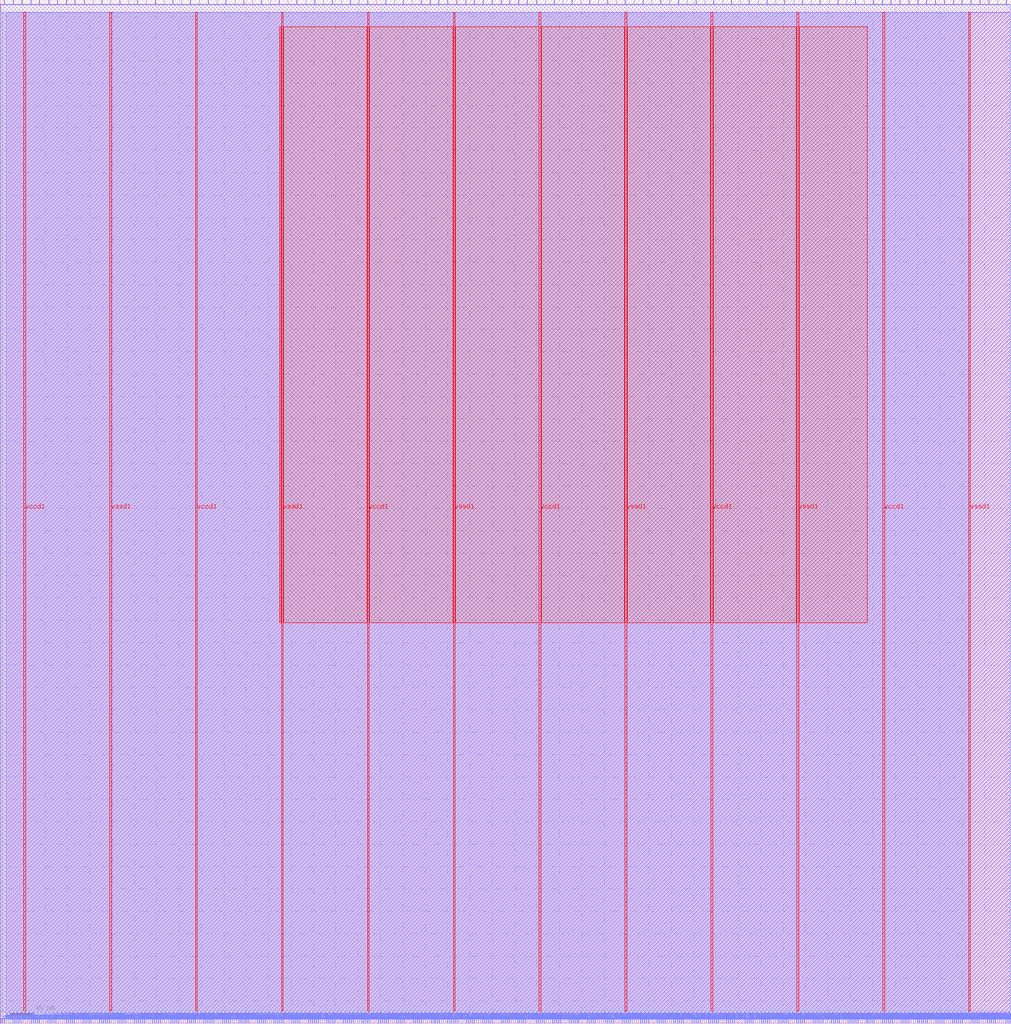
<source format=lef>
VERSION 5.7 ;
  NOWIREEXTENSIONATPIN ON ;
  DIVIDERCHAR "/" ;
  BUSBITCHARS "[]" ;
MACRO user_proj
  CLASS BLOCK ;
  FOREIGN user_proj ;
  ORIGIN 0.000 0.000 ;
  SIZE 903.855 BY 914.575 ;
  PIN io_in[0]
    DIRECTION INPUT ;
    USE SIGNAL ;
    PORT
      LAYER met2 ;
        RECT 3.770 910.575 4.050 914.575 ;
    END
  END io_in[0]
  PIN io_in[10]
    DIRECTION INPUT ;
    USE SIGNAL ;
    PORT
      LAYER met2 ;
        RECT 241.590 910.575 241.870 914.575 ;
    END
  END io_in[10]
  PIN io_in[11]
    DIRECTION INPUT ;
    USE SIGNAL ;
    PORT
      LAYER met2 ;
        RECT 265.050 910.575 265.330 914.575 ;
    END
  END io_in[11]
  PIN io_in[12]
    DIRECTION INPUT ;
    USE SIGNAL ;
    PORT
      LAYER met2 ;
        RECT 288.970 910.575 289.250 914.575 ;
    END
  END io_in[12]
  PIN io_in[13]
    DIRECTION INPUT ;
    USE SIGNAL ;
    PORT
      LAYER met2 ;
        RECT 312.890 910.575 313.170 914.575 ;
    END
  END io_in[13]
  PIN io_in[14]
    DIRECTION INPUT ;
    USE SIGNAL ;
    PORT
      LAYER met2 ;
        RECT 336.350 910.575 336.630 914.575 ;
    END
  END io_in[14]
  PIN io_in[15]
    DIRECTION INPUT ;
    USE SIGNAL ;
    PORT
      LAYER met2 ;
        RECT 360.270 910.575 360.550 914.575 ;
    END
  END io_in[15]
  PIN io_in[16]
    DIRECTION INPUT ;
    USE SIGNAL ;
    PORT
      LAYER met2 ;
        RECT 384.190 910.575 384.470 914.575 ;
    END
  END io_in[16]
  PIN io_in[17]
    DIRECTION INPUT ;
    USE SIGNAL ;
    PORT
      LAYER met2 ;
        RECT 408.110 910.575 408.390 914.575 ;
    END
  END io_in[17]
  PIN io_in[18]
    DIRECTION INPUT ;
    USE SIGNAL ;
    PORT
      LAYER met2 ;
        RECT 431.570 910.575 431.850 914.575 ;
    END
  END io_in[18]
  PIN io_in[19]
    DIRECTION INPUT ;
    USE SIGNAL ;
    PORT
      LAYER met2 ;
        RECT 455.490 910.575 455.770 914.575 ;
    END
  END io_in[19]
  PIN io_in[1]
    DIRECTION INPUT ;
    USE SIGNAL ;
    PORT
      LAYER met2 ;
        RECT 27.230 910.575 27.510 914.575 ;
    END
  END io_in[1]
  PIN io_in[20]
    DIRECTION INPUT ;
    USE SIGNAL ;
    PORT
      LAYER met2 ;
        RECT 479.410 910.575 479.690 914.575 ;
    END
  END io_in[20]
  PIN io_in[21]
    DIRECTION INPUT ;
    USE SIGNAL ;
    PORT
      LAYER met2 ;
        RECT 502.870 910.575 503.150 914.575 ;
    END
  END io_in[21]
  PIN io_in[22]
    DIRECTION INPUT ;
    USE SIGNAL ;
    PORT
      LAYER met2 ;
        RECT 526.790 910.575 527.070 914.575 ;
    END
  END io_in[22]
  PIN io_in[23]
    DIRECTION INPUT ;
    USE SIGNAL ;
    PORT
      LAYER met2 ;
        RECT 550.710 910.575 550.990 914.575 ;
    END
  END io_in[23]
  PIN io_in[24]
    DIRECTION INPUT ;
    USE SIGNAL ;
    PORT
      LAYER met2 ;
        RECT 574.630 910.575 574.910 914.575 ;
    END
  END io_in[24]
  PIN io_in[25]
    DIRECTION INPUT ;
    USE SIGNAL ;
    PORT
      LAYER met2 ;
        RECT 598.090 910.575 598.370 914.575 ;
    END
  END io_in[25]
  PIN io_in[26]
    DIRECTION INPUT ;
    USE SIGNAL ;
    PORT
      LAYER met2 ;
        RECT 622.010 910.575 622.290 914.575 ;
    END
  END io_in[26]
  PIN io_in[27]
    DIRECTION INPUT ;
    USE SIGNAL ;
    PORT
      LAYER met2 ;
        RECT 645.930 910.575 646.210 914.575 ;
    END
  END io_in[27]
  PIN io_in[28]
    DIRECTION INPUT ;
    USE SIGNAL ;
    PORT
      LAYER met2 ;
        RECT 669.390 910.575 669.670 914.575 ;
    END
  END io_in[28]
  PIN io_in[29]
    DIRECTION INPUT ;
    USE SIGNAL ;
    PORT
      LAYER met2 ;
        RECT 693.310 910.575 693.590 914.575 ;
    END
  END io_in[29]
  PIN io_in[2]
    DIRECTION INPUT ;
    USE SIGNAL ;
    PORT
      LAYER met2 ;
        RECT 51.150 910.575 51.430 914.575 ;
    END
  END io_in[2]
  PIN io_in[30]
    DIRECTION INPUT ;
    USE SIGNAL ;
    PORT
      LAYER met2 ;
        RECT 717.230 910.575 717.510 914.575 ;
    END
  END io_in[30]
  PIN io_in[31]
    DIRECTION INPUT ;
    USE SIGNAL ;
    PORT
      LAYER met2 ;
        RECT 741.150 910.575 741.430 914.575 ;
    END
  END io_in[31]
  PIN io_in[32]
    DIRECTION INPUT ;
    USE SIGNAL ;
    PORT
      LAYER met2 ;
        RECT 764.610 910.575 764.890 914.575 ;
    END
  END io_in[32]
  PIN io_in[33]
    DIRECTION INPUT ;
    USE SIGNAL ;
    PORT
      LAYER met2 ;
        RECT 788.530 910.575 788.810 914.575 ;
    END
  END io_in[33]
  PIN io_in[34]
    DIRECTION INPUT ;
    USE SIGNAL ;
    PORT
      LAYER met2 ;
        RECT 812.450 910.575 812.730 914.575 ;
    END
  END io_in[34]
  PIN io_in[35]
    DIRECTION INPUT ;
    USE SIGNAL ;
    PORT
      LAYER met2 ;
        RECT 835.910 910.575 836.190 914.575 ;
    END
  END io_in[35]
  PIN io_in[36]
    DIRECTION INPUT ;
    USE SIGNAL ;
    PORT
      LAYER met2 ;
        RECT 859.830 910.575 860.110 914.575 ;
    END
  END io_in[36]
  PIN io_in[37]
    DIRECTION INPUT ;
    USE SIGNAL ;
    PORT
      LAYER met2 ;
        RECT 883.750 910.575 884.030 914.575 ;
    END
  END io_in[37]
  PIN io_in[3]
    DIRECTION INPUT ;
    USE SIGNAL ;
    PORT
      LAYER met2 ;
        RECT 75.070 910.575 75.350 914.575 ;
    END
  END io_in[3]
  PIN io_in[4]
    DIRECTION INPUT ;
    USE SIGNAL ;
    PORT
      LAYER met2 ;
        RECT 98.530 910.575 98.810 914.575 ;
    END
  END io_in[4]
  PIN io_in[5]
    DIRECTION INPUT ;
    USE SIGNAL ;
    PORT
      LAYER met2 ;
        RECT 122.450 910.575 122.730 914.575 ;
    END
  END io_in[5]
  PIN io_in[6]
    DIRECTION INPUT ;
    USE SIGNAL ;
    PORT
      LAYER met2 ;
        RECT 146.370 910.575 146.650 914.575 ;
    END
  END io_in[6]
  PIN io_in[7]
    DIRECTION INPUT ;
    USE SIGNAL ;
    PORT
      LAYER met2 ;
        RECT 169.830 910.575 170.110 914.575 ;
    END
  END io_in[7]
  PIN io_in[8]
    DIRECTION INPUT ;
    USE SIGNAL ;
    PORT
      LAYER met2 ;
        RECT 193.750 910.575 194.030 914.575 ;
    END
  END io_in[8]
  PIN io_in[9]
    DIRECTION INPUT ;
    USE SIGNAL ;
    PORT
      LAYER met2 ;
        RECT 217.670 910.575 217.950 914.575 ;
    END
  END io_in[9]
  PIN io_oeb[0]
    DIRECTION OUTPUT TRISTATE ;
    USE SIGNAL ;
    PORT
      LAYER met2 ;
        RECT 11.590 910.575 11.870 914.575 ;
    END
  END io_oeb[0]
  PIN io_oeb[10]
    DIRECTION OUTPUT TRISTATE ;
    USE SIGNAL ;
    PORT
      LAYER met2 ;
        RECT 249.410 910.575 249.690 914.575 ;
    END
  END io_oeb[10]
  PIN io_oeb[11]
    DIRECTION OUTPUT TRISTATE ;
    USE SIGNAL ;
    PORT
      LAYER met2 ;
        RECT 273.330 910.575 273.610 914.575 ;
    END
  END io_oeb[11]
  PIN io_oeb[12]
    DIRECTION OUTPUT TRISTATE ;
    USE SIGNAL ;
    PORT
      LAYER met2 ;
        RECT 296.790 910.575 297.070 914.575 ;
    END
  END io_oeb[12]
  PIN io_oeb[13]
    DIRECTION OUTPUT TRISTATE ;
    USE SIGNAL ;
    PORT
      LAYER met2 ;
        RECT 320.710 910.575 320.990 914.575 ;
    END
  END io_oeb[13]
  PIN io_oeb[14]
    DIRECTION OUTPUT TRISTATE ;
    USE SIGNAL ;
    PORT
      LAYER met2 ;
        RECT 344.630 910.575 344.910 914.575 ;
    END
  END io_oeb[14]
  PIN io_oeb[15]
    DIRECTION OUTPUT TRISTATE ;
    USE SIGNAL ;
    PORT
      LAYER met2 ;
        RECT 368.090 910.575 368.370 914.575 ;
    END
  END io_oeb[15]
  PIN io_oeb[16]
    DIRECTION OUTPUT TRISTATE ;
    USE SIGNAL ;
    PORT
      LAYER met2 ;
        RECT 392.010 910.575 392.290 914.575 ;
    END
  END io_oeb[16]
  PIN io_oeb[17]
    DIRECTION OUTPUT TRISTATE ;
    USE SIGNAL ;
    PORT
      LAYER met2 ;
        RECT 415.930 910.575 416.210 914.575 ;
    END
  END io_oeb[17]
  PIN io_oeb[18]
    DIRECTION OUTPUT TRISTATE ;
    USE SIGNAL ;
    PORT
      LAYER met2 ;
        RECT 439.850 910.575 440.130 914.575 ;
    END
  END io_oeb[18]
  PIN io_oeb[19]
    DIRECTION OUTPUT TRISTATE ;
    USE SIGNAL ;
    PORT
      LAYER met2 ;
        RECT 463.310 910.575 463.590 914.575 ;
    END
  END io_oeb[19]
  PIN io_oeb[1]
    DIRECTION OUTPUT TRISTATE ;
    USE SIGNAL ;
    PORT
      LAYER met2 ;
        RECT 35.050 910.575 35.330 914.575 ;
    END
  END io_oeb[1]
  PIN io_oeb[20]
    DIRECTION OUTPUT TRISTATE ;
    USE SIGNAL ;
    PORT
      LAYER met2 ;
        RECT 487.230 910.575 487.510 914.575 ;
    END
  END io_oeb[20]
  PIN io_oeb[21]
    DIRECTION OUTPUT TRISTATE ;
    USE SIGNAL ;
    PORT
      LAYER met2 ;
        RECT 511.150 910.575 511.430 914.575 ;
    END
  END io_oeb[21]
  PIN io_oeb[22]
    DIRECTION OUTPUT TRISTATE ;
    USE SIGNAL ;
    PORT
      LAYER met2 ;
        RECT 534.610 910.575 534.890 914.575 ;
    END
  END io_oeb[22]
  PIN io_oeb[23]
    DIRECTION OUTPUT TRISTATE ;
    USE SIGNAL ;
    PORT
      LAYER met2 ;
        RECT 558.530 910.575 558.810 914.575 ;
    END
  END io_oeb[23]
  PIN io_oeb[24]
    DIRECTION OUTPUT TRISTATE ;
    USE SIGNAL ;
    PORT
      LAYER met2 ;
        RECT 582.450 910.575 582.730 914.575 ;
    END
  END io_oeb[24]
  PIN io_oeb[25]
    DIRECTION OUTPUT TRISTATE ;
    USE SIGNAL ;
    PORT
      LAYER met2 ;
        RECT 606.370 910.575 606.650 914.575 ;
    END
  END io_oeb[25]
  PIN io_oeb[26]
    DIRECTION OUTPUT TRISTATE ;
    USE SIGNAL ;
    PORT
      LAYER met2 ;
        RECT 629.830 910.575 630.110 914.575 ;
    END
  END io_oeb[26]
  PIN io_oeb[27]
    DIRECTION OUTPUT TRISTATE ;
    USE SIGNAL ;
    PORT
      LAYER met2 ;
        RECT 653.750 910.575 654.030 914.575 ;
    END
  END io_oeb[27]
  PIN io_oeb[28]
    DIRECTION OUTPUT TRISTATE ;
    USE SIGNAL ;
    PORT
      LAYER met2 ;
        RECT 677.670 910.575 677.950 914.575 ;
    END
  END io_oeb[28]
  PIN io_oeb[29]
    DIRECTION OUTPUT TRISTATE ;
    USE SIGNAL ;
    PORT
      LAYER met2 ;
        RECT 701.130 910.575 701.410 914.575 ;
    END
  END io_oeb[29]
  PIN io_oeb[2]
    DIRECTION OUTPUT TRISTATE ;
    USE SIGNAL ;
    PORT
      LAYER met2 ;
        RECT 58.970 910.575 59.250 914.575 ;
    END
  END io_oeb[2]
  PIN io_oeb[30]
    DIRECTION OUTPUT TRISTATE ;
    USE SIGNAL ;
    PORT
      LAYER met2 ;
        RECT 725.050 910.575 725.330 914.575 ;
    END
  END io_oeb[30]
  PIN io_oeb[31]
    DIRECTION OUTPUT TRISTATE ;
    USE SIGNAL ;
    PORT
      LAYER met2 ;
        RECT 748.970 910.575 749.250 914.575 ;
    END
  END io_oeb[31]
  PIN io_oeb[32]
    DIRECTION OUTPUT TRISTATE ;
    USE SIGNAL ;
    PORT
      LAYER met2 ;
        RECT 772.430 910.575 772.710 914.575 ;
    END
  END io_oeb[32]
  PIN io_oeb[33]
    DIRECTION OUTPUT TRISTATE ;
    USE SIGNAL ;
    PORT
      LAYER met2 ;
        RECT 796.350 910.575 796.630 914.575 ;
    END
  END io_oeb[33]
  PIN io_oeb[34]
    DIRECTION OUTPUT TRISTATE ;
    USE SIGNAL ;
    PORT
      LAYER met2 ;
        RECT 820.270 910.575 820.550 914.575 ;
    END
  END io_oeb[34]
  PIN io_oeb[35]
    DIRECTION OUTPUT TRISTATE ;
    USE SIGNAL ;
    PORT
      LAYER met2 ;
        RECT 844.190 910.575 844.470 914.575 ;
    END
  END io_oeb[35]
  PIN io_oeb[36]
    DIRECTION OUTPUT TRISTATE ;
    USE SIGNAL ;
    PORT
      LAYER met2 ;
        RECT 867.650 910.575 867.930 914.575 ;
    END
  END io_oeb[36]
  PIN io_oeb[37]
    DIRECTION OUTPUT TRISTATE ;
    USE SIGNAL ;
    PORT
      LAYER met2 ;
        RECT 891.570 910.575 891.850 914.575 ;
    END
  END io_oeb[37]
  PIN io_oeb[3]
    DIRECTION OUTPUT TRISTATE ;
    USE SIGNAL ;
    PORT
      LAYER met2 ;
        RECT 82.890 910.575 83.170 914.575 ;
    END
  END io_oeb[3]
  PIN io_oeb[4]
    DIRECTION OUTPUT TRISTATE ;
    USE SIGNAL ;
    PORT
      LAYER met2 ;
        RECT 106.810 910.575 107.090 914.575 ;
    END
  END io_oeb[4]
  PIN io_oeb[5]
    DIRECTION OUTPUT TRISTATE ;
    USE SIGNAL ;
    PORT
      LAYER met2 ;
        RECT 130.270 910.575 130.550 914.575 ;
    END
  END io_oeb[5]
  PIN io_oeb[6]
    DIRECTION OUTPUT TRISTATE ;
    USE SIGNAL ;
    PORT
      LAYER met2 ;
        RECT 154.190 910.575 154.470 914.575 ;
    END
  END io_oeb[6]
  PIN io_oeb[7]
    DIRECTION OUTPUT TRISTATE ;
    USE SIGNAL ;
    PORT
      LAYER met2 ;
        RECT 178.110 910.575 178.390 914.575 ;
    END
  END io_oeb[7]
  PIN io_oeb[8]
    DIRECTION OUTPUT TRISTATE ;
    USE SIGNAL ;
    PORT
      LAYER met2 ;
        RECT 201.570 910.575 201.850 914.575 ;
    END
  END io_oeb[8]
  PIN io_oeb[9]
    DIRECTION OUTPUT TRISTATE ;
    USE SIGNAL ;
    PORT
      LAYER met2 ;
        RECT 225.490 910.575 225.770 914.575 ;
    END
  END io_oeb[9]
  PIN io_out[0]
    DIRECTION OUTPUT TRISTATE ;
    USE SIGNAL ;
    PORT
      LAYER met2 ;
        RECT 19.410 910.575 19.690 914.575 ;
    END
  END io_out[0]
  PIN io_out[10]
    DIRECTION OUTPUT TRISTATE ;
    USE SIGNAL ;
    PORT
      LAYER met2 ;
        RECT 257.230 910.575 257.510 914.575 ;
    END
  END io_out[10]
  PIN io_out[11]
    DIRECTION OUTPUT TRISTATE ;
    USE SIGNAL ;
    PORT
      LAYER met2 ;
        RECT 281.150 910.575 281.430 914.575 ;
    END
  END io_out[11]
  PIN io_out[12]
    DIRECTION OUTPUT TRISTATE ;
    USE SIGNAL ;
    PORT
      LAYER met2 ;
        RECT 305.070 910.575 305.350 914.575 ;
    END
  END io_out[12]
  PIN io_out[13]
    DIRECTION OUTPUT TRISTATE ;
    USE SIGNAL ;
    PORT
      LAYER met2 ;
        RECT 328.530 910.575 328.810 914.575 ;
    END
  END io_out[13]
  PIN io_out[14]
    DIRECTION OUTPUT TRISTATE ;
    USE SIGNAL ;
    PORT
      LAYER met2 ;
        RECT 352.450 910.575 352.730 914.575 ;
    END
  END io_out[14]
  PIN io_out[15]
    DIRECTION OUTPUT TRISTATE ;
    USE SIGNAL ;
    PORT
      LAYER met2 ;
        RECT 376.370 910.575 376.650 914.575 ;
    END
  END io_out[15]
  PIN io_out[16]
    DIRECTION OUTPUT TRISTATE ;
    USE SIGNAL ;
    PORT
      LAYER met2 ;
        RECT 399.830 910.575 400.110 914.575 ;
    END
  END io_out[16]
  PIN io_out[17]
    DIRECTION OUTPUT TRISTATE ;
    USE SIGNAL ;
    PORT
      LAYER met2 ;
        RECT 423.750 910.575 424.030 914.575 ;
    END
  END io_out[17]
  PIN io_out[18]
    DIRECTION OUTPUT TRISTATE ;
    USE SIGNAL ;
    PORT
      LAYER met2 ;
        RECT 447.670 910.575 447.950 914.575 ;
    END
  END io_out[18]
  PIN io_out[19]
    DIRECTION OUTPUT TRISTATE ;
    USE SIGNAL ;
    PORT
      LAYER met2 ;
        RECT 471.130 910.575 471.410 914.575 ;
    END
  END io_out[19]
  PIN io_out[1]
    DIRECTION OUTPUT TRISTATE ;
    USE SIGNAL ;
    PORT
      LAYER met2 ;
        RECT 43.330 910.575 43.610 914.575 ;
    END
  END io_out[1]
  PIN io_out[20]
    DIRECTION OUTPUT TRISTATE ;
    USE SIGNAL ;
    PORT
      LAYER met2 ;
        RECT 495.050 910.575 495.330 914.575 ;
    END
  END io_out[20]
  PIN io_out[21]
    DIRECTION OUTPUT TRISTATE ;
    USE SIGNAL ;
    PORT
      LAYER met2 ;
        RECT 518.970 910.575 519.250 914.575 ;
    END
  END io_out[21]
  PIN io_out[22]
    DIRECTION OUTPUT TRISTATE ;
    USE SIGNAL ;
    PORT
      LAYER met2 ;
        RECT 542.890 910.575 543.170 914.575 ;
    END
  END io_out[22]
  PIN io_out[23]
    DIRECTION OUTPUT TRISTATE ;
    USE SIGNAL ;
    PORT
      LAYER met2 ;
        RECT 566.350 910.575 566.630 914.575 ;
    END
  END io_out[23]
  PIN io_out[24]
    DIRECTION OUTPUT TRISTATE ;
    USE SIGNAL ;
    PORT
      LAYER met2 ;
        RECT 590.270 910.575 590.550 914.575 ;
    END
  END io_out[24]
  PIN io_out[25]
    DIRECTION OUTPUT TRISTATE ;
    USE SIGNAL ;
    PORT
      LAYER met2 ;
        RECT 614.190 910.575 614.470 914.575 ;
    END
  END io_out[25]
  PIN io_out[26]
    DIRECTION OUTPUT TRISTATE ;
    USE SIGNAL ;
    PORT
      LAYER met2 ;
        RECT 637.650 910.575 637.930 914.575 ;
    END
  END io_out[26]
  PIN io_out[27]
    DIRECTION OUTPUT TRISTATE ;
    USE SIGNAL ;
    PORT
      LAYER met2 ;
        RECT 661.570 910.575 661.850 914.575 ;
    END
  END io_out[27]
  PIN io_out[28]
    DIRECTION OUTPUT TRISTATE ;
    USE SIGNAL ;
    PORT
      LAYER met2 ;
        RECT 685.490 910.575 685.770 914.575 ;
    END
  END io_out[28]
  PIN io_out[29]
    DIRECTION OUTPUT TRISTATE ;
    USE SIGNAL ;
    PORT
      LAYER met2 ;
        RECT 709.410 910.575 709.690 914.575 ;
    END
  END io_out[29]
  PIN io_out[2]
    DIRECTION OUTPUT TRISTATE ;
    USE SIGNAL ;
    PORT
      LAYER met2 ;
        RECT 66.790 910.575 67.070 914.575 ;
    END
  END io_out[2]
  PIN io_out[30]
    DIRECTION OUTPUT TRISTATE ;
    USE SIGNAL ;
    PORT
      LAYER met2 ;
        RECT 732.870 910.575 733.150 914.575 ;
    END
  END io_out[30]
  PIN io_out[31]
    DIRECTION OUTPUT TRISTATE ;
    USE SIGNAL ;
    PORT
      LAYER met2 ;
        RECT 756.790 910.575 757.070 914.575 ;
    END
  END io_out[31]
  PIN io_out[32]
    DIRECTION OUTPUT TRISTATE ;
    USE SIGNAL ;
    PORT
      LAYER met2 ;
        RECT 780.710 910.575 780.990 914.575 ;
    END
  END io_out[32]
  PIN io_out[33]
    DIRECTION OUTPUT TRISTATE ;
    USE SIGNAL ;
    PORT
      LAYER met2 ;
        RECT 804.170 910.575 804.450 914.575 ;
    END
  END io_out[33]
  PIN io_out[34]
    DIRECTION OUTPUT TRISTATE ;
    USE SIGNAL ;
    PORT
      LAYER met2 ;
        RECT 828.090 910.575 828.370 914.575 ;
    END
  END io_out[34]
  PIN io_out[35]
    DIRECTION OUTPUT TRISTATE ;
    USE SIGNAL ;
    PORT
      LAYER met2 ;
        RECT 852.010 910.575 852.290 914.575 ;
    END
  END io_out[35]
  PIN io_out[36]
    DIRECTION OUTPUT TRISTATE ;
    USE SIGNAL ;
    PORT
      LAYER met2 ;
        RECT 875.930 910.575 876.210 914.575 ;
    END
  END io_out[36]
  PIN io_out[37]
    DIRECTION OUTPUT TRISTATE ;
    USE SIGNAL ;
    PORT
      LAYER met2 ;
        RECT 899.390 910.575 899.670 914.575 ;
    END
  END io_out[37]
  PIN io_out[3]
    DIRECTION OUTPUT TRISTATE ;
    USE SIGNAL ;
    PORT
      LAYER met2 ;
        RECT 90.710 910.575 90.990 914.575 ;
    END
  END io_out[3]
  PIN io_out[4]
    DIRECTION OUTPUT TRISTATE ;
    USE SIGNAL ;
    PORT
      LAYER met2 ;
        RECT 114.630 910.575 114.910 914.575 ;
    END
  END io_out[4]
  PIN io_out[5]
    DIRECTION OUTPUT TRISTATE ;
    USE SIGNAL ;
    PORT
      LAYER met2 ;
        RECT 138.550 910.575 138.830 914.575 ;
    END
  END io_out[5]
  PIN io_out[6]
    DIRECTION OUTPUT TRISTATE ;
    USE SIGNAL ;
    PORT
      LAYER met2 ;
        RECT 162.010 910.575 162.290 914.575 ;
    END
  END io_out[6]
  PIN io_out[7]
    DIRECTION OUTPUT TRISTATE ;
    USE SIGNAL ;
    PORT
      LAYER met2 ;
        RECT 185.930 910.575 186.210 914.575 ;
    END
  END io_out[7]
  PIN io_out[8]
    DIRECTION OUTPUT TRISTATE ;
    USE SIGNAL ;
    PORT
      LAYER met2 ;
        RECT 209.850 910.575 210.130 914.575 ;
    END
  END io_out[8]
  PIN io_out[9]
    DIRECTION OUTPUT TRISTATE ;
    USE SIGNAL ;
    PORT
      LAYER met2 ;
        RECT 233.310 910.575 233.590 914.575 ;
    END
  END io_out[9]
  PIN irq[0]
    DIRECTION OUTPUT TRISTATE ;
    USE SIGNAL ;
    PORT
      LAYER met2 ;
        RECT 898.930 0.000 899.210 4.000 ;
    END
  END irq[0]
  PIN irq[1]
    DIRECTION OUTPUT TRISTATE ;
    USE SIGNAL ;
    PORT
      LAYER met2 ;
        RECT 900.770 0.000 901.050 4.000 ;
    END
  END irq[1]
  PIN irq[2]
    DIRECTION OUTPUT TRISTATE ;
    USE SIGNAL ;
    PORT
      LAYER met2 ;
        RECT 902.610 0.000 902.890 4.000 ;
    END
  END irq[2]
  PIN la_data_in[0]
    DIRECTION INPUT ;
    USE SIGNAL ;
    PORT
      LAYER met2 ;
        RECT 194.670 0.000 194.950 4.000 ;
    END
  END la_data_in[0]
  PIN la_data_in[100]
    DIRECTION INPUT ;
    USE SIGNAL ;
    PORT
      LAYER met2 ;
        RECT 744.830 0.000 745.110 4.000 ;
    END
  END la_data_in[100]
  PIN la_data_in[101]
    DIRECTION INPUT ;
    USE SIGNAL ;
    PORT
      LAYER met2 ;
        RECT 750.350 0.000 750.630 4.000 ;
    END
  END la_data_in[101]
  PIN la_data_in[102]
    DIRECTION INPUT ;
    USE SIGNAL ;
    PORT
      LAYER met2 ;
        RECT 755.870 0.000 756.150 4.000 ;
    END
  END la_data_in[102]
  PIN la_data_in[103]
    DIRECTION INPUT ;
    USE SIGNAL ;
    PORT
      LAYER met2 ;
        RECT 761.390 0.000 761.670 4.000 ;
    END
  END la_data_in[103]
  PIN la_data_in[104]
    DIRECTION INPUT ;
    USE SIGNAL ;
    PORT
      LAYER met2 ;
        RECT 766.910 0.000 767.190 4.000 ;
    END
  END la_data_in[104]
  PIN la_data_in[105]
    DIRECTION INPUT ;
    USE SIGNAL ;
    PORT
      LAYER met2 ;
        RECT 772.430 0.000 772.710 4.000 ;
    END
  END la_data_in[105]
  PIN la_data_in[106]
    DIRECTION INPUT ;
    USE SIGNAL ;
    PORT
      LAYER met2 ;
        RECT 777.490 0.000 777.770 4.000 ;
    END
  END la_data_in[106]
  PIN la_data_in[107]
    DIRECTION INPUT ;
    USE SIGNAL ;
    PORT
      LAYER met2 ;
        RECT 783.010 0.000 783.290 4.000 ;
    END
  END la_data_in[107]
  PIN la_data_in[108]
    DIRECTION INPUT ;
    USE SIGNAL ;
    PORT
      LAYER met2 ;
        RECT 788.530 0.000 788.810 4.000 ;
    END
  END la_data_in[108]
  PIN la_data_in[109]
    DIRECTION INPUT ;
    USE SIGNAL ;
    PORT
      LAYER met2 ;
        RECT 794.050 0.000 794.330 4.000 ;
    END
  END la_data_in[109]
  PIN la_data_in[10]
    DIRECTION INPUT ;
    USE SIGNAL ;
    PORT
      LAYER met2 ;
        RECT 249.870 0.000 250.150 4.000 ;
    END
  END la_data_in[10]
  PIN la_data_in[110]
    DIRECTION INPUT ;
    USE SIGNAL ;
    PORT
      LAYER met2 ;
        RECT 799.570 0.000 799.850 4.000 ;
    END
  END la_data_in[110]
  PIN la_data_in[111]
    DIRECTION INPUT ;
    USE SIGNAL ;
    PORT
      LAYER met2 ;
        RECT 805.090 0.000 805.370 4.000 ;
    END
  END la_data_in[111]
  PIN la_data_in[112]
    DIRECTION INPUT ;
    USE SIGNAL ;
    PORT
      LAYER met2 ;
        RECT 810.610 0.000 810.890 4.000 ;
    END
  END la_data_in[112]
  PIN la_data_in[113]
    DIRECTION INPUT ;
    USE SIGNAL ;
    PORT
      LAYER met2 ;
        RECT 816.130 0.000 816.410 4.000 ;
    END
  END la_data_in[113]
  PIN la_data_in[114]
    DIRECTION INPUT ;
    USE SIGNAL ;
    PORT
      LAYER met2 ;
        RECT 821.650 0.000 821.930 4.000 ;
    END
  END la_data_in[114]
  PIN la_data_in[115]
    DIRECTION INPUT ;
    USE SIGNAL ;
    PORT
      LAYER met2 ;
        RECT 827.170 0.000 827.450 4.000 ;
    END
  END la_data_in[115]
  PIN la_data_in[116]
    DIRECTION INPUT ;
    USE SIGNAL ;
    PORT
      LAYER met2 ;
        RECT 832.690 0.000 832.970 4.000 ;
    END
  END la_data_in[116]
  PIN la_data_in[117]
    DIRECTION INPUT ;
    USE SIGNAL ;
    PORT
      LAYER met2 ;
        RECT 838.210 0.000 838.490 4.000 ;
    END
  END la_data_in[117]
  PIN la_data_in[118]
    DIRECTION INPUT ;
    USE SIGNAL ;
    PORT
      LAYER met2 ;
        RECT 843.730 0.000 844.010 4.000 ;
    END
  END la_data_in[118]
  PIN la_data_in[119]
    DIRECTION INPUT ;
    USE SIGNAL ;
    PORT
      LAYER met2 ;
        RECT 849.250 0.000 849.530 4.000 ;
    END
  END la_data_in[119]
  PIN la_data_in[11]
    DIRECTION INPUT ;
    USE SIGNAL ;
    PORT
      LAYER met2 ;
        RECT 255.390 0.000 255.670 4.000 ;
    END
  END la_data_in[11]
  PIN la_data_in[120]
    DIRECTION INPUT ;
    USE SIGNAL ;
    PORT
      LAYER met2 ;
        RECT 854.770 0.000 855.050 4.000 ;
    END
  END la_data_in[120]
  PIN la_data_in[121]
    DIRECTION INPUT ;
    USE SIGNAL ;
    PORT
      LAYER met2 ;
        RECT 860.290 0.000 860.570 4.000 ;
    END
  END la_data_in[121]
  PIN la_data_in[122]
    DIRECTION INPUT ;
    USE SIGNAL ;
    PORT
      LAYER met2 ;
        RECT 865.810 0.000 866.090 4.000 ;
    END
  END la_data_in[122]
  PIN la_data_in[123]
    DIRECTION INPUT ;
    USE SIGNAL ;
    PORT
      LAYER met2 ;
        RECT 871.330 0.000 871.610 4.000 ;
    END
  END la_data_in[123]
  PIN la_data_in[124]
    DIRECTION INPUT ;
    USE SIGNAL ;
    PORT
      LAYER met2 ;
        RECT 876.850 0.000 877.130 4.000 ;
    END
  END la_data_in[124]
  PIN la_data_in[125]
    DIRECTION INPUT ;
    USE SIGNAL ;
    PORT
      LAYER met2 ;
        RECT 882.370 0.000 882.650 4.000 ;
    END
  END la_data_in[125]
  PIN la_data_in[126]
    DIRECTION INPUT ;
    USE SIGNAL ;
    PORT
      LAYER met2 ;
        RECT 887.890 0.000 888.170 4.000 ;
    END
  END la_data_in[126]
  PIN la_data_in[127]
    DIRECTION INPUT ;
    USE SIGNAL ;
    PORT
      LAYER met2 ;
        RECT 893.410 0.000 893.690 4.000 ;
    END
  END la_data_in[127]
  PIN la_data_in[12]
    DIRECTION INPUT ;
    USE SIGNAL ;
    PORT
      LAYER met2 ;
        RECT 260.450 0.000 260.730 4.000 ;
    END
  END la_data_in[12]
  PIN la_data_in[13]
    DIRECTION INPUT ;
    USE SIGNAL ;
    PORT
      LAYER met2 ;
        RECT 265.970 0.000 266.250 4.000 ;
    END
  END la_data_in[13]
  PIN la_data_in[14]
    DIRECTION INPUT ;
    USE SIGNAL ;
    PORT
      LAYER met2 ;
        RECT 271.490 0.000 271.770 4.000 ;
    END
  END la_data_in[14]
  PIN la_data_in[15]
    DIRECTION INPUT ;
    USE SIGNAL ;
    PORT
      LAYER met2 ;
        RECT 277.010 0.000 277.290 4.000 ;
    END
  END la_data_in[15]
  PIN la_data_in[16]
    DIRECTION INPUT ;
    USE SIGNAL ;
    PORT
      LAYER met2 ;
        RECT 282.530 0.000 282.810 4.000 ;
    END
  END la_data_in[16]
  PIN la_data_in[17]
    DIRECTION INPUT ;
    USE SIGNAL ;
    PORT
      LAYER met2 ;
        RECT 288.050 0.000 288.330 4.000 ;
    END
  END la_data_in[17]
  PIN la_data_in[18]
    DIRECTION INPUT ;
    USE SIGNAL ;
    PORT
      LAYER met2 ;
        RECT 293.570 0.000 293.850 4.000 ;
    END
  END la_data_in[18]
  PIN la_data_in[19]
    DIRECTION INPUT ;
    USE SIGNAL ;
    PORT
      LAYER met2 ;
        RECT 299.090 0.000 299.370 4.000 ;
    END
  END la_data_in[19]
  PIN la_data_in[1]
    DIRECTION INPUT ;
    USE SIGNAL ;
    PORT
      LAYER met2 ;
        RECT 200.190 0.000 200.470 4.000 ;
    END
  END la_data_in[1]
  PIN la_data_in[20]
    DIRECTION INPUT ;
    USE SIGNAL ;
    PORT
      LAYER met2 ;
        RECT 304.610 0.000 304.890 4.000 ;
    END
  END la_data_in[20]
  PIN la_data_in[21]
    DIRECTION INPUT ;
    USE SIGNAL ;
    PORT
      LAYER met2 ;
        RECT 310.130 0.000 310.410 4.000 ;
    END
  END la_data_in[21]
  PIN la_data_in[22]
    DIRECTION INPUT ;
    USE SIGNAL ;
    PORT
      LAYER met2 ;
        RECT 315.650 0.000 315.930 4.000 ;
    END
  END la_data_in[22]
  PIN la_data_in[23]
    DIRECTION INPUT ;
    USE SIGNAL ;
    PORT
      LAYER met2 ;
        RECT 321.170 0.000 321.450 4.000 ;
    END
  END la_data_in[23]
  PIN la_data_in[24]
    DIRECTION INPUT ;
    USE SIGNAL ;
    PORT
      LAYER met2 ;
        RECT 326.690 0.000 326.970 4.000 ;
    END
  END la_data_in[24]
  PIN la_data_in[25]
    DIRECTION INPUT ;
    USE SIGNAL ;
    PORT
      LAYER met2 ;
        RECT 332.210 0.000 332.490 4.000 ;
    END
  END la_data_in[25]
  PIN la_data_in[26]
    DIRECTION INPUT ;
    USE SIGNAL ;
    PORT
      LAYER met2 ;
        RECT 337.730 0.000 338.010 4.000 ;
    END
  END la_data_in[26]
  PIN la_data_in[27]
    DIRECTION INPUT ;
    USE SIGNAL ;
    PORT
      LAYER met2 ;
        RECT 343.250 0.000 343.530 4.000 ;
    END
  END la_data_in[27]
  PIN la_data_in[28]
    DIRECTION INPUT ;
    USE SIGNAL ;
    PORT
      LAYER met2 ;
        RECT 348.770 0.000 349.050 4.000 ;
    END
  END la_data_in[28]
  PIN la_data_in[29]
    DIRECTION INPUT ;
    USE SIGNAL ;
    PORT
      LAYER met2 ;
        RECT 354.290 0.000 354.570 4.000 ;
    END
  END la_data_in[29]
  PIN la_data_in[2]
    DIRECTION INPUT ;
    USE SIGNAL ;
    PORT
      LAYER met2 ;
        RECT 205.710 0.000 205.990 4.000 ;
    END
  END la_data_in[2]
  PIN la_data_in[30]
    DIRECTION INPUT ;
    USE SIGNAL ;
    PORT
      LAYER met2 ;
        RECT 359.810 0.000 360.090 4.000 ;
    END
  END la_data_in[30]
  PIN la_data_in[31]
    DIRECTION INPUT ;
    USE SIGNAL ;
    PORT
      LAYER met2 ;
        RECT 365.330 0.000 365.610 4.000 ;
    END
  END la_data_in[31]
  PIN la_data_in[32]
    DIRECTION INPUT ;
    USE SIGNAL ;
    PORT
      LAYER met2 ;
        RECT 370.850 0.000 371.130 4.000 ;
    END
  END la_data_in[32]
  PIN la_data_in[33]
    DIRECTION INPUT ;
    USE SIGNAL ;
    PORT
      LAYER met2 ;
        RECT 376.370 0.000 376.650 4.000 ;
    END
  END la_data_in[33]
  PIN la_data_in[34]
    DIRECTION INPUT ;
    USE SIGNAL ;
    PORT
      LAYER met2 ;
        RECT 381.890 0.000 382.170 4.000 ;
    END
  END la_data_in[34]
  PIN la_data_in[35]
    DIRECTION INPUT ;
    USE SIGNAL ;
    PORT
      LAYER met2 ;
        RECT 387.410 0.000 387.690 4.000 ;
    END
  END la_data_in[35]
  PIN la_data_in[36]
    DIRECTION INPUT ;
    USE SIGNAL ;
    PORT
      LAYER met2 ;
        RECT 392.470 0.000 392.750 4.000 ;
    END
  END la_data_in[36]
  PIN la_data_in[37]
    DIRECTION INPUT ;
    USE SIGNAL ;
    PORT
      LAYER met2 ;
        RECT 397.990 0.000 398.270 4.000 ;
    END
  END la_data_in[37]
  PIN la_data_in[38]
    DIRECTION INPUT ;
    USE SIGNAL ;
    PORT
      LAYER met2 ;
        RECT 403.510 0.000 403.790 4.000 ;
    END
  END la_data_in[38]
  PIN la_data_in[39]
    DIRECTION INPUT ;
    USE SIGNAL ;
    PORT
      LAYER met2 ;
        RECT 409.030 0.000 409.310 4.000 ;
    END
  END la_data_in[39]
  PIN la_data_in[3]
    DIRECTION INPUT ;
    USE SIGNAL ;
    PORT
      LAYER met2 ;
        RECT 211.230 0.000 211.510 4.000 ;
    END
  END la_data_in[3]
  PIN la_data_in[40]
    DIRECTION INPUT ;
    USE SIGNAL ;
    PORT
      LAYER met2 ;
        RECT 414.550 0.000 414.830 4.000 ;
    END
  END la_data_in[40]
  PIN la_data_in[41]
    DIRECTION INPUT ;
    USE SIGNAL ;
    PORT
      LAYER met2 ;
        RECT 420.070 0.000 420.350 4.000 ;
    END
  END la_data_in[41]
  PIN la_data_in[42]
    DIRECTION INPUT ;
    USE SIGNAL ;
    PORT
      LAYER met2 ;
        RECT 425.590 0.000 425.870 4.000 ;
    END
  END la_data_in[42]
  PIN la_data_in[43]
    DIRECTION INPUT ;
    USE SIGNAL ;
    PORT
      LAYER met2 ;
        RECT 431.110 0.000 431.390 4.000 ;
    END
  END la_data_in[43]
  PIN la_data_in[44]
    DIRECTION INPUT ;
    USE SIGNAL ;
    PORT
      LAYER met2 ;
        RECT 436.630 0.000 436.910 4.000 ;
    END
  END la_data_in[44]
  PIN la_data_in[45]
    DIRECTION INPUT ;
    USE SIGNAL ;
    PORT
      LAYER met2 ;
        RECT 442.150 0.000 442.430 4.000 ;
    END
  END la_data_in[45]
  PIN la_data_in[46]
    DIRECTION INPUT ;
    USE SIGNAL ;
    PORT
      LAYER met2 ;
        RECT 447.670 0.000 447.950 4.000 ;
    END
  END la_data_in[46]
  PIN la_data_in[47]
    DIRECTION INPUT ;
    USE SIGNAL ;
    PORT
      LAYER met2 ;
        RECT 453.190 0.000 453.470 4.000 ;
    END
  END la_data_in[47]
  PIN la_data_in[48]
    DIRECTION INPUT ;
    USE SIGNAL ;
    PORT
      LAYER met2 ;
        RECT 458.710 0.000 458.990 4.000 ;
    END
  END la_data_in[48]
  PIN la_data_in[49]
    DIRECTION INPUT ;
    USE SIGNAL ;
    PORT
      LAYER met2 ;
        RECT 464.230 0.000 464.510 4.000 ;
    END
  END la_data_in[49]
  PIN la_data_in[4]
    DIRECTION INPUT ;
    USE SIGNAL ;
    PORT
      LAYER met2 ;
        RECT 216.750 0.000 217.030 4.000 ;
    END
  END la_data_in[4]
  PIN la_data_in[50]
    DIRECTION INPUT ;
    USE SIGNAL ;
    PORT
      LAYER met2 ;
        RECT 469.750 0.000 470.030 4.000 ;
    END
  END la_data_in[50]
  PIN la_data_in[51]
    DIRECTION INPUT ;
    USE SIGNAL ;
    PORT
      LAYER met2 ;
        RECT 475.270 0.000 475.550 4.000 ;
    END
  END la_data_in[51]
  PIN la_data_in[52]
    DIRECTION INPUT ;
    USE SIGNAL ;
    PORT
      LAYER met2 ;
        RECT 480.790 0.000 481.070 4.000 ;
    END
  END la_data_in[52]
  PIN la_data_in[53]
    DIRECTION INPUT ;
    USE SIGNAL ;
    PORT
      LAYER met2 ;
        RECT 486.310 0.000 486.590 4.000 ;
    END
  END la_data_in[53]
  PIN la_data_in[54]
    DIRECTION INPUT ;
    USE SIGNAL ;
    PORT
      LAYER met2 ;
        RECT 491.830 0.000 492.110 4.000 ;
    END
  END la_data_in[54]
  PIN la_data_in[55]
    DIRECTION INPUT ;
    USE SIGNAL ;
    PORT
      LAYER met2 ;
        RECT 497.350 0.000 497.630 4.000 ;
    END
  END la_data_in[55]
  PIN la_data_in[56]
    DIRECTION INPUT ;
    USE SIGNAL ;
    PORT
      LAYER met2 ;
        RECT 502.870 0.000 503.150 4.000 ;
    END
  END la_data_in[56]
  PIN la_data_in[57]
    DIRECTION INPUT ;
    USE SIGNAL ;
    PORT
      LAYER met2 ;
        RECT 508.390 0.000 508.670 4.000 ;
    END
  END la_data_in[57]
  PIN la_data_in[58]
    DIRECTION INPUT ;
    USE SIGNAL ;
    PORT
      LAYER met2 ;
        RECT 513.910 0.000 514.190 4.000 ;
    END
  END la_data_in[58]
  PIN la_data_in[59]
    DIRECTION INPUT ;
    USE SIGNAL ;
    PORT
      LAYER met2 ;
        RECT 518.970 0.000 519.250 4.000 ;
    END
  END la_data_in[59]
  PIN la_data_in[5]
    DIRECTION INPUT ;
    USE SIGNAL ;
    PORT
      LAYER met2 ;
        RECT 222.270 0.000 222.550 4.000 ;
    END
  END la_data_in[5]
  PIN la_data_in[60]
    DIRECTION INPUT ;
    USE SIGNAL ;
    PORT
      LAYER met2 ;
        RECT 524.490 0.000 524.770 4.000 ;
    END
  END la_data_in[60]
  PIN la_data_in[61]
    DIRECTION INPUT ;
    USE SIGNAL ;
    PORT
      LAYER met2 ;
        RECT 530.010 0.000 530.290 4.000 ;
    END
  END la_data_in[61]
  PIN la_data_in[62]
    DIRECTION INPUT ;
    USE SIGNAL ;
    PORT
      LAYER met2 ;
        RECT 535.530 0.000 535.810 4.000 ;
    END
  END la_data_in[62]
  PIN la_data_in[63]
    DIRECTION INPUT ;
    USE SIGNAL ;
    PORT
      LAYER met2 ;
        RECT 541.050 0.000 541.330 4.000 ;
    END
  END la_data_in[63]
  PIN la_data_in[64]
    DIRECTION INPUT ;
    USE SIGNAL ;
    PORT
      LAYER met2 ;
        RECT 546.570 0.000 546.850 4.000 ;
    END
  END la_data_in[64]
  PIN la_data_in[65]
    DIRECTION INPUT ;
    USE SIGNAL ;
    PORT
      LAYER met2 ;
        RECT 552.090 0.000 552.370 4.000 ;
    END
  END la_data_in[65]
  PIN la_data_in[66]
    DIRECTION INPUT ;
    USE SIGNAL ;
    PORT
      LAYER met2 ;
        RECT 557.610 0.000 557.890 4.000 ;
    END
  END la_data_in[66]
  PIN la_data_in[67]
    DIRECTION INPUT ;
    USE SIGNAL ;
    PORT
      LAYER met2 ;
        RECT 563.130 0.000 563.410 4.000 ;
    END
  END la_data_in[67]
  PIN la_data_in[68]
    DIRECTION INPUT ;
    USE SIGNAL ;
    PORT
      LAYER met2 ;
        RECT 568.650 0.000 568.930 4.000 ;
    END
  END la_data_in[68]
  PIN la_data_in[69]
    DIRECTION INPUT ;
    USE SIGNAL ;
    PORT
      LAYER met2 ;
        RECT 574.170 0.000 574.450 4.000 ;
    END
  END la_data_in[69]
  PIN la_data_in[6]
    DIRECTION INPUT ;
    USE SIGNAL ;
    PORT
      LAYER met2 ;
        RECT 227.790 0.000 228.070 4.000 ;
    END
  END la_data_in[6]
  PIN la_data_in[70]
    DIRECTION INPUT ;
    USE SIGNAL ;
    PORT
      LAYER met2 ;
        RECT 579.690 0.000 579.970 4.000 ;
    END
  END la_data_in[70]
  PIN la_data_in[71]
    DIRECTION INPUT ;
    USE SIGNAL ;
    PORT
      LAYER met2 ;
        RECT 585.210 0.000 585.490 4.000 ;
    END
  END la_data_in[71]
  PIN la_data_in[72]
    DIRECTION INPUT ;
    USE SIGNAL ;
    PORT
      LAYER met2 ;
        RECT 590.730 0.000 591.010 4.000 ;
    END
  END la_data_in[72]
  PIN la_data_in[73]
    DIRECTION INPUT ;
    USE SIGNAL ;
    PORT
      LAYER met2 ;
        RECT 596.250 0.000 596.530 4.000 ;
    END
  END la_data_in[73]
  PIN la_data_in[74]
    DIRECTION INPUT ;
    USE SIGNAL ;
    PORT
      LAYER met2 ;
        RECT 601.770 0.000 602.050 4.000 ;
    END
  END la_data_in[74]
  PIN la_data_in[75]
    DIRECTION INPUT ;
    USE SIGNAL ;
    PORT
      LAYER met2 ;
        RECT 607.290 0.000 607.570 4.000 ;
    END
  END la_data_in[75]
  PIN la_data_in[76]
    DIRECTION INPUT ;
    USE SIGNAL ;
    PORT
      LAYER met2 ;
        RECT 612.810 0.000 613.090 4.000 ;
    END
  END la_data_in[76]
  PIN la_data_in[77]
    DIRECTION INPUT ;
    USE SIGNAL ;
    PORT
      LAYER met2 ;
        RECT 618.330 0.000 618.610 4.000 ;
    END
  END la_data_in[77]
  PIN la_data_in[78]
    DIRECTION INPUT ;
    USE SIGNAL ;
    PORT
      LAYER met2 ;
        RECT 623.850 0.000 624.130 4.000 ;
    END
  END la_data_in[78]
  PIN la_data_in[79]
    DIRECTION INPUT ;
    USE SIGNAL ;
    PORT
      LAYER met2 ;
        RECT 629.370 0.000 629.650 4.000 ;
    END
  END la_data_in[79]
  PIN la_data_in[7]
    DIRECTION INPUT ;
    USE SIGNAL ;
    PORT
      LAYER met2 ;
        RECT 233.310 0.000 233.590 4.000 ;
    END
  END la_data_in[7]
  PIN la_data_in[80]
    DIRECTION INPUT ;
    USE SIGNAL ;
    PORT
      LAYER met2 ;
        RECT 634.890 0.000 635.170 4.000 ;
    END
  END la_data_in[80]
  PIN la_data_in[81]
    DIRECTION INPUT ;
    USE SIGNAL ;
    PORT
      LAYER met2 ;
        RECT 640.410 0.000 640.690 4.000 ;
    END
  END la_data_in[81]
  PIN la_data_in[82]
    DIRECTION INPUT ;
    USE SIGNAL ;
    PORT
      LAYER met2 ;
        RECT 645.930 0.000 646.210 4.000 ;
    END
  END la_data_in[82]
  PIN la_data_in[83]
    DIRECTION INPUT ;
    USE SIGNAL ;
    PORT
      LAYER met2 ;
        RECT 650.990 0.000 651.270 4.000 ;
    END
  END la_data_in[83]
  PIN la_data_in[84]
    DIRECTION INPUT ;
    USE SIGNAL ;
    PORT
      LAYER met2 ;
        RECT 656.510 0.000 656.790 4.000 ;
    END
  END la_data_in[84]
  PIN la_data_in[85]
    DIRECTION INPUT ;
    USE SIGNAL ;
    PORT
      LAYER met2 ;
        RECT 662.030 0.000 662.310 4.000 ;
    END
  END la_data_in[85]
  PIN la_data_in[86]
    DIRECTION INPUT ;
    USE SIGNAL ;
    PORT
      LAYER met2 ;
        RECT 667.550 0.000 667.830 4.000 ;
    END
  END la_data_in[86]
  PIN la_data_in[87]
    DIRECTION INPUT ;
    USE SIGNAL ;
    PORT
      LAYER met2 ;
        RECT 673.070 0.000 673.350 4.000 ;
    END
  END la_data_in[87]
  PIN la_data_in[88]
    DIRECTION INPUT ;
    USE SIGNAL ;
    PORT
      LAYER met2 ;
        RECT 678.590 0.000 678.870 4.000 ;
    END
  END la_data_in[88]
  PIN la_data_in[89]
    DIRECTION INPUT ;
    USE SIGNAL ;
    PORT
      LAYER met2 ;
        RECT 684.110 0.000 684.390 4.000 ;
    END
  END la_data_in[89]
  PIN la_data_in[8]
    DIRECTION INPUT ;
    USE SIGNAL ;
    PORT
      LAYER met2 ;
        RECT 238.830 0.000 239.110 4.000 ;
    END
  END la_data_in[8]
  PIN la_data_in[90]
    DIRECTION INPUT ;
    USE SIGNAL ;
    PORT
      LAYER met2 ;
        RECT 689.630 0.000 689.910 4.000 ;
    END
  END la_data_in[90]
  PIN la_data_in[91]
    DIRECTION INPUT ;
    USE SIGNAL ;
    PORT
      LAYER met2 ;
        RECT 695.150 0.000 695.430 4.000 ;
    END
  END la_data_in[91]
  PIN la_data_in[92]
    DIRECTION INPUT ;
    USE SIGNAL ;
    PORT
      LAYER met2 ;
        RECT 700.670 0.000 700.950 4.000 ;
    END
  END la_data_in[92]
  PIN la_data_in[93]
    DIRECTION INPUT ;
    USE SIGNAL ;
    PORT
      LAYER met2 ;
        RECT 706.190 0.000 706.470 4.000 ;
    END
  END la_data_in[93]
  PIN la_data_in[94]
    DIRECTION INPUT ;
    USE SIGNAL ;
    PORT
      LAYER met2 ;
        RECT 711.710 0.000 711.990 4.000 ;
    END
  END la_data_in[94]
  PIN la_data_in[95]
    DIRECTION INPUT ;
    USE SIGNAL ;
    PORT
      LAYER met2 ;
        RECT 717.230 0.000 717.510 4.000 ;
    END
  END la_data_in[95]
  PIN la_data_in[96]
    DIRECTION INPUT ;
    USE SIGNAL ;
    PORT
      LAYER met2 ;
        RECT 722.750 0.000 723.030 4.000 ;
    END
  END la_data_in[96]
  PIN la_data_in[97]
    DIRECTION INPUT ;
    USE SIGNAL ;
    PORT
      LAYER met2 ;
        RECT 728.270 0.000 728.550 4.000 ;
    END
  END la_data_in[97]
  PIN la_data_in[98]
    DIRECTION INPUT ;
    USE SIGNAL ;
    PORT
      LAYER met2 ;
        RECT 733.790 0.000 734.070 4.000 ;
    END
  END la_data_in[98]
  PIN la_data_in[99]
    DIRECTION INPUT ;
    USE SIGNAL ;
    PORT
      LAYER met2 ;
        RECT 739.310 0.000 739.590 4.000 ;
    END
  END la_data_in[99]
  PIN la_data_in[9]
    DIRECTION INPUT ;
    USE SIGNAL ;
    PORT
      LAYER met2 ;
        RECT 244.350 0.000 244.630 4.000 ;
    END
  END la_data_in[9]
  PIN la_data_out[0]
    DIRECTION OUTPUT TRISTATE ;
    USE SIGNAL ;
    PORT
      LAYER met2 ;
        RECT 196.510 0.000 196.790 4.000 ;
    END
  END la_data_out[0]
  PIN la_data_out[100]
    DIRECTION OUTPUT TRISTATE ;
    USE SIGNAL ;
    PORT
      LAYER met2 ;
        RECT 746.670 0.000 746.950 4.000 ;
    END
  END la_data_out[100]
  PIN la_data_out[101]
    DIRECTION OUTPUT TRISTATE ;
    USE SIGNAL ;
    PORT
      LAYER met2 ;
        RECT 752.190 0.000 752.470 4.000 ;
    END
  END la_data_out[101]
  PIN la_data_out[102]
    DIRECTION OUTPUT TRISTATE ;
    USE SIGNAL ;
    PORT
      LAYER met2 ;
        RECT 757.710 0.000 757.990 4.000 ;
    END
  END la_data_out[102]
  PIN la_data_out[103]
    DIRECTION OUTPUT TRISTATE ;
    USE SIGNAL ;
    PORT
      LAYER met2 ;
        RECT 763.230 0.000 763.510 4.000 ;
    END
  END la_data_out[103]
  PIN la_data_out[104]
    DIRECTION OUTPUT TRISTATE ;
    USE SIGNAL ;
    PORT
      LAYER met2 ;
        RECT 768.750 0.000 769.030 4.000 ;
    END
  END la_data_out[104]
  PIN la_data_out[105]
    DIRECTION OUTPUT TRISTATE ;
    USE SIGNAL ;
    PORT
      LAYER met2 ;
        RECT 774.270 0.000 774.550 4.000 ;
    END
  END la_data_out[105]
  PIN la_data_out[106]
    DIRECTION OUTPUT TRISTATE ;
    USE SIGNAL ;
    PORT
      LAYER met2 ;
        RECT 779.330 0.000 779.610 4.000 ;
    END
  END la_data_out[106]
  PIN la_data_out[107]
    DIRECTION OUTPUT TRISTATE ;
    USE SIGNAL ;
    PORT
      LAYER met2 ;
        RECT 784.850 0.000 785.130 4.000 ;
    END
  END la_data_out[107]
  PIN la_data_out[108]
    DIRECTION OUTPUT TRISTATE ;
    USE SIGNAL ;
    PORT
      LAYER met2 ;
        RECT 790.370 0.000 790.650 4.000 ;
    END
  END la_data_out[108]
  PIN la_data_out[109]
    DIRECTION OUTPUT TRISTATE ;
    USE SIGNAL ;
    PORT
      LAYER met2 ;
        RECT 795.890 0.000 796.170 4.000 ;
    END
  END la_data_out[109]
  PIN la_data_out[10]
    DIRECTION OUTPUT TRISTATE ;
    USE SIGNAL ;
    PORT
      LAYER met2 ;
        RECT 251.710 0.000 251.990 4.000 ;
    END
  END la_data_out[10]
  PIN la_data_out[110]
    DIRECTION OUTPUT TRISTATE ;
    USE SIGNAL ;
    PORT
      LAYER met2 ;
        RECT 801.410 0.000 801.690 4.000 ;
    END
  END la_data_out[110]
  PIN la_data_out[111]
    DIRECTION OUTPUT TRISTATE ;
    USE SIGNAL ;
    PORT
      LAYER met2 ;
        RECT 806.930 0.000 807.210 4.000 ;
    END
  END la_data_out[111]
  PIN la_data_out[112]
    DIRECTION OUTPUT TRISTATE ;
    USE SIGNAL ;
    PORT
      LAYER met2 ;
        RECT 812.450 0.000 812.730 4.000 ;
    END
  END la_data_out[112]
  PIN la_data_out[113]
    DIRECTION OUTPUT TRISTATE ;
    USE SIGNAL ;
    PORT
      LAYER met2 ;
        RECT 817.970 0.000 818.250 4.000 ;
    END
  END la_data_out[113]
  PIN la_data_out[114]
    DIRECTION OUTPUT TRISTATE ;
    USE SIGNAL ;
    PORT
      LAYER met2 ;
        RECT 823.490 0.000 823.770 4.000 ;
    END
  END la_data_out[114]
  PIN la_data_out[115]
    DIRECTION OUTPUT TRISTATE ;
    USE SIGNAL ;
    PORT
      LAYER met2 ;
        RECT 829.010 0.000 829.290 4.000 ;
    END
  END la_data_out[115]
  PIN la_data_out[116]
    DIRECTION OUTPUT TRISTATE ;
    USE SIGNAL ;
    PORT
      LAYER met2 ;
        RECT 834.530 0.000 834.810 4.000 ;
    END
  END la_data_out[116]
  PIN la_data_out[117]
    DIRECTION OUTPUT TRISTATE ;
    USE SIGNAL ;
    PORT
      LAYER met2 ;
        RECT 840.050 0.000 840.330 4.000 ;
    END
  END la_data_out[117]
  PIN la_data_out[118]
    DIRECTION OUTPUT TRISTATE ;
    USE SIGNAL ;
    PORT
      LAYER met2 ;
        RECT 845.570 0.000 845.850 4.000 ;
    END
  END la_data_out[118]
  PIN la_data_out[119]
    DIRECTION OUTPUT TRISTATE ;
    USE SIGNAL ;
    PORT
      LAYER met2 ;
        RECT 851.090 0.000 851.370 4.000 ;
    END
  END la_data_out[119]
  PIN la_data_out[11]
    DIRECTION OUTPUT TRISTATE ;
    USE SIGNAL ;
    PORT
      LAYER met2 ;
        RECT 257.230 0.000 257.510 4.000 ;
    END
  END la_data_out[11]
  PIN la_data_out[120]
    DIRECTION OUTPUT TRISTATE ;
    USE SIGNAL ;
    PORT
      LAYER met2 ;
        RECT 856.610 0.000 856.890 4.000 ;
    END
  END la_data_out[120]
  PIN la_data_out[121]
    DIRECTION OUTPUT TRISTATE ;
    USE SIGNAL ;
    PORT
      LAYER met2 ;
        RECT 862.130 0.000 862.410 4.000 ;
    END
  END la_data_out[121]
  PIN la_data_out[122]
    DIRECTION OUTPUT TRISTATE ;
    USE SIGNAL ;
    PORT
      LAYER met2 ;
        RECT 867.650 0.000 867.930 4.000 ;
    END
  END la_data_out[122]
  PIN la_data_out[123]
    DIRECTION OUTPUT TRISTATE ;
    USE SIGNAL ;
    PORT
      LAYER met2 ;
        RECT 873.170 0.000 873.450 4.000 ;
    END
  END la_data_out[123]
  PIN la_data_out[124]
    DIRECTION OUTPUT TRISTATE ;
    USE SIGNAL ;
    PORT
      LAYER met2 ;
        RECT 878.690 0.000 878.970 4.000 ;
    END
  END la_data_out[124]
  PIN la_data_out[125]
    DIRECTION OUTPUT TRISTATE ;
    USE SIGNAL ;
    PORT
      LAYER met2 ;
        RECT 884.210 0.000 884.490 4.000 ;
    END
  END la_data_out[125]
  PIN la_data_out[126]
    DIRECTION OUTPUT TRISTATE ;
    USE SIGNAL ;
    PORT
      LAYER met2 ;
        RECT 889.730 0.000 890.010 4.000 ;
    END
  END la_data_out[126]
  PIN la_data_out[127]
    DIRECTION OUTPUT TRISTATE ;
    USE SIGNAL ;
    PORT
      LAYER met2 ;
        RECT 895.250 0.000 895.530 4.000 ;
    END
  END la_data_out[127]
  PIN la_data_out[12]
    DIRECTION OUTPUT TRISTATE ;
    USE SIGNAL ;
    PORT
      LAYER met2 ;
        RECT 262.290 0.000 262.570 4.000 ;
    END
  END la_data_out[12]
  PIN la_data_out[13]
    DIRECTION OUTPUT TRISTATE ;
    USE SIGNAL ;
    PORT
      LAYER met2 ;
        RECT 267.810 0.000 268.090 4.000 ;
    END
  END la_data_out[13]
  PIN la_data_out[14]
    DIRECTION OUTPUT TRISTATE ;
    USE SIGNAL ;
    PORT
      LAYER met2 ;
        RECT 273.330 0.000 273.610 4.000 ;
    END
  END la_data_out[14]
  PIN la_data_out[15]
    DIRECTION OUTPUT TRISTATE ;
    USE SIGNAL ;
    PORT
      LAYER met2 ;
        RECT 278.850 0.000 279.130 4.000 ;
    END
  END la_data_out[15]
  PIN la_data_out[16]
    DIRECTION OUTPUT TRISTATE ;
    USE SIGNAL ;
    PORT
      LAYER met2 ;
        RECT 284.370 0.000 284.650 4.000 ;
    END
  END la_data_out[16]
  PIN la_data_out[17]
    DIRECTION OUTPUT TRISTATE ;
    USE SIGNAL ;
    PORT
      LAYER met2 ;
        RECT 289.890 0.000 290.170 4.000 ;
    END
  END la_data_out[17]
  PIN la_data_out[18]
    DIRECTION OUTPUT TRISTATE ;
    USE SIGNAL ;
    PORT
      LAYER met2 ;
        RECT 295.410 0.000 295.690 4.000 ;
    END
  END la_data_out[18]
  PIN la_data_out[19]
    DIRECTION OUTPUT TRISTATE ;
    USE SIGNAL ;
    PORT
      LAYER met2 ;
        RECT 300.930 0.000 301.210 4.000 ;
    END
  END la_data_out[19]
  PIN la_data_out[1]
    DIRECTION OUTPUT TRISTATE ;
    USE SIGNAL ;
    PORT
      LAYER met2 ;
        RECT 202.030 0.000 202.310 4.000 ;
    END
  END la_data_out[1]
  PIN la_data_out[20]
    DIRECTION OUTPUT TRISTATE ;
    USE SIGNAL ;
    PORT
      LAYER met2 ;
        RECT 306.450 0.000 306.730 4.000 ;
    END
  END la_data_out[20]
  PIN la_data_out[21]
    DIRECTION OUTPUT TRISTATE ;
    USE SIGNAL ;
    PORT
      LAYER met2 ;
        RECT 311.970 0.000 312.250 4.000 ;
    END
  END la_data_out[21]
  PIN la_data_out[22]
    DIRECTION OUTPUT TRISTATE ;
    USE SIGNAL ;
    PORT
      LAYER met2 ;
        RECT 317.490 0.000 317.770 4.000 ;
    END
  END la_data_out[22]
  PIN la_data_out[23]
    DIRECTION OUTPUT TRISTATE ;
    USE SIGNAL ;
    PORT
      LAYER met2 ;
        RECT 323.010 0.000 323.290 4.000 ;
    END
  END la_data_out[23]
  PIN la_data_out[24]
    DIRECTION OUTPUT TRISTATE ;
    USE SIGNAL ;
    PORT
      LAYER met2 ;
        RECT 328.530 0.000 328.810 4.000 ;
    END
  END la_data_out[24]
  PIN la_data_out[25]
    DIRECTION OUTPUT TRISTATE ;
    USE SIGNAL ;
    PORT
      LAYER met2 ;
        RECT 334.050 0.000 334.330 4.000 ;
    END
  END la_data_out[25]
  PIN la_data_out[26]
    DIRECTION OUTPUT TRISTATE ;
    USE SIGNAL ;
    PORT
      LAYER met2 ;
        RECT 339.570 0.000 339.850 4.000 ;
    END
  END la_data_out[26]
  PIN la_data_out[27]
    DIRECTION OUTPUT TRISTATE ;
    USE SIGNAL ;
    PORT
      LAYER met2 ;
        RECT 345.090 0.000 345.370 4.000 ;
    END
  END la_data_out[27]
  PIN la_data_out[28]
    DIRECTION OUTPUT TRISTATE ;
    USE SIGNAL ;
    PORT
      LAYER met2 ;
        RECT 350.610 0.000 350.890 4.000 ;
    END
  END la_data_out[28]
  PIN la_data_out[29]
    DIRECTION OUTPUT TRISTATE ;
    USE SIGNAL ;
    PORT
      LAYER met2 ;
        RECT 356.130 0.000 356.410 4.000 ;
    END
  END la_data_out[29]
  PIN la_data_out[2]
    DIRECTION OUTPUT TRISTATE ;
    USE SIGNAL ;
    PORT
      LAYER met2 ;
        RECT 207.550 0.000 207.830 4.000 ;
    END
  END la_data_out[2]
  PIN la_data_out[30]
    DIRECTION OUTPUT TRISTATE ;
    USE SIGNAL ;
    PORT
      LAYER met2 ;
        RECT 361.650 0.000 361.930 4.000 ;
    END
  END la_data_out[30]
  PIN la_data_out[31]
    DIRECTION OUTPUT TRISTATE ;
    USE SIGNAL ;
    PORT
      LAYER met2 ;
        RECT 367.170 0.000 367.450 4.000 ;
    END
  END la_data_out[31]
  PIN la_data_out[32]
    DIRECTION OUTPUT TRISTATE ;
    USE SIGNAL ;
    PORT
      LAYER met2 ;
        RECT 372.690 0.000 372.970 4.000 ;
    END
  END la_data_out[32]
  PIN la_data_out[33]
    DIRECTION OUTPUT TRISTATE ;
    USE SIGNAL ;
    PORT
      LAYER met2 ;
        RECT 378.210 0.000 378.490 4.000 ;
    END
  END la_data_out[33]
  PIN la_data_out[34]
    DIRECTION OUTPUT TRISTATE ;
    USE SIGNAL ;
    PORT
      LAYER met2 ;
        RECT 383.730 0.000 384.010 4.000 ;
    END
  END la_data_out[34]
  PIN la_data_out[35]
    DIRECTION OUTPUT TRISTATE ;
    USE SIGNAL ;
    PORT
      LAYER met2 ;
        RECT 388.790 0.000 389.070 4.000 ;
    END
  END la_data_out[35]
  PIN la_data_out[36]
    DIRECTION OUTPUT TRISTATE ;
    USE SIGNAL ;
    PORT
      LAYER met2 ;
        RECT 394.310 0.000 394.590 4.000 ;
    END
  END la_data_out[36]
  PIN la_data_out[37]
    DIRECTION OUTPUT TRISTATE ;
    USE SIGNAL ;
    PORT
      LAYER met2 ;
        RECT 399.830 0.000 400.110 4.000 ;
    END
  END la_data_out[37]
  PIN la_data_out[38]
    DIRECTION OUTPUT TRISTATE ;
    USE SIGNAL ;
    PORT
      LAYER met2 ;
        RECT 405.350 0.000 405.630 4.000 ;
    END
  END la_data_out[38]
  PIN la_data_out[39]
    DIRECTION OUTPUT TRISTATE ;
    USE SIGNAL ;
    PORT
      LAYER met2 ;
        RECT 410.870 0.000 411.150 4.000 ;
    END
  END la_data_out[39]
  PIN la_data_out[3]
    DIRECTION OUTPUT TRISTATE ;
    USE SIGNAL ;
    PORT
      LAYER met2 ;
        RECT 213.070 0.000 213.350 4.000 ;
    END
  END la_data_out[3]
  PIN la_data_out[40]
    DIRECTION OUTPUT TRISTATE ;
    USE SIGNAL ;
    PORT
      LAYER met2 ;
        RECT 416.390 0.000 416.670 4.000 ;
    END
  END la_data_out[40]
  PIN la_data_out[41]
    DIRECTION OUTPUT TRISTATE ;
    USE SIGNAL ;
    PORT
      LAYER met2 ;
        RECT 421.910 0.000 422.190 4.000 ;
    END
  END la_data_out[41]
  PIN la_data_out[42]
    DIRECTION OUTPUT TRISTATE ;
    USE SIGNAL ;
    PORT
      LAYER met2 ;
        RECT 427.430 0.000 427.710 4.000 ;
    END
  END la_data_out[42]
  PIN la_data_out[43]
    DIRECTION OUTPUT TRISTATE ;
    USE SIGNAL ;
    PORT
      LAYER met2 ;
        RECT 432.950 0.000 433.230 4.000 ;
    END
  END la_data_out[43]
  PIN la_data_out[44]
    DIRECTION OUTPUT TRISTATE ;
    USE SIGNAL ;
    PORT
      LAYER met2 ;
        RECT 438.470 0.000 438.750 4.000 ;
    END
  END la_data_out[44]
  PIN la_data_out[45]
    DIRECTION OUTPUT TRISTATE ;
    USE SIGNAL ;
    PORT
      LAYER met2 ;
        RECT 443.990 0.000 444.270 4.000 ;
    END
  END la_data_out[45]
  PIN la_data_out[46]
    DIRECTION OUTPUT TRISTATE ;
    USE SIGNAL ;
    PORT
      LAYER met2 ;
        RECT 449.510 0.000 449.790 4.000 ;
    END
  END la_data_out[46]
  PIN la_data_out[47]
    DIRECTION OUTPUT TRISTATE ;
    USE SIGNAL ;
    PORT
      LAYER met2 ;
        RECT 455.030 0.000 455.310 4.000 ;
    END
  END la_data_out[47]
  PIN la_data_out[48]
    DIRECTION OUTPUT TRISTATE ;
    USE SIGNAL ;
    PORT
      LAYER met2 ;
        RECT 460.550 0.000 460.830 4.000 ;
    END
  END la_data_out[48]
  PIN la_data_out[49]
    DIRECTION OUTPUT TRISTATE ;
    USE SIGNAL ;
    PORT
      LAYER met2 ;
        RECT 466.070 0.000 466.350 4.000 ;
    END
  END la_data_out[49]
  PIN la_data_out[4]
    DIRECTION OUTPUT TRISTATE ;
    USE SIGNAL ;
    PORT
      LAYER met2 ;
        RECT 218.590 0.000 218.870 4.000 ;
    END
  END la_data_out[4]
  PIN la_data_out[50]
    DIRECTION OUTPUT TRISTATE ;
    USE SIGNAL ;
    PORT
      LAYER met2 ;
        RECT 471.590 0.000 471.870 4.000 ;
    END
  END la_data_out[50]
  PIN la_data_out[51]
    DIRECTION OUTPUT TRISTATE ;
    USE SIGNAL ;
    PORT
      LAYER met2 ;
        RECT 477.110 0.000 477.390 4.000 ;
    END
  END la_data_out[51]
  PIN la_data_out[52]
    DIRECTION OUTPUT TRISTATE ;
    USE SIGNAL ;
    PORT
      LAYER met2 ;
        RECT 482.630 0.000 482.910 4.000 ;
    END
  END la_data_out[52]
  PIN la_data_out[53]
    DIRECTION OUTPUT TRISTATE ;
    USE SIGNAL ;
    PORT
      LAYER met2 ;
        RECT 488.150 0.000 488.430 4.000 ;
    END
  END la_data_out[53]
  PIN la_data_out[54]
    DIRECTION OUTPUT TRISTATE ;
    USE SIGNAL ;
    PORT
      LAYER met2 ;
        RECT 493.670 0.000 493.950 4.000 ;
    END
  END la_data_out[54]
  PIN la_data_out[55]
    DIRECTION OUTPUT TRISTATE ;
    USE SIGNAL ;
    PORT
      LAYER met2 ;
        RECT 499.190 0.000 499.470 4.000 ;
    END
  END la_data_out[55]
  PIN la_data_out[56]
    DIRECTION OUTPUT TRISTATE ;
    USE SIGNAL ;
    PORT
      LAYER met2 ;
        RECT 504.710 0.000 504.990 4.000 ;
    END
  END la_data_out[56]
  PIN la_data_out[57]
    DIRECTION OUTPUT TRISTATE ;
    USE SIGNAL ;
    PORT
      LAYER met2 ;
        RECT 510.230 0.000 510.510 4.000 ;
    END
  END la_data_out[57]
  PIN la_data_out[58]
    DIRECTION OUTPUT TRISTATE ;
    USE SIGNAL ;
    PORT
      LAYER met2 ;
        RECT 515.750 0.000 516.030 4.000 ;
    END
  END la_data_out[58]
  PIN la_data_out[59]
    DIRECTION OUTPUT TRISTATE ;
    USE SIGNAL ;
    PORT
      LAYER met2 ;
        RECT 520.810 0.000 521.090 4.000 ;
    END
  END la_data_out[59]
  PIN la_data_out[5]
    DIRECTION OUTPUT TRISTATE ;
    USE SIGNAL ;
    PORT
      LAYER met2 ;
        RECT 224.110 0.000 224.390 4.000 ;
    END
  END la_data_out[5]
  PIN la_data_out[60]
    DIRECTION OUTPUT TRISTATE ;
    USE SIGNAL ;
    PORT
      LAYER met2 ;
        RECT 526.330 0.000 526.610 4.000 ;
    END
  END la_data_out[60]
  PIN la_data_out[61]
    DIRECTION OUTPUT TRISTATE ;
    USE SIGNAL ;
    PORT
      LAYER met2 ;
        RECT 531.850 0.000 532.130 4.000 ;
    END
  END la_data_out[61]
  PIN la_data_out[62]
    DIRECTION OUTPUT TRISTATE ;
    USE SIGNAL ;
    PORT
      LAYER met2 ;
        RECT 537.370 0.000 537.650 4.000 ;
    END
  END la_data_out[62]
  PIN la_data_out[63]
    DIRECTION OUTPUT TRISTATE ;
    USE SIGNAL ;
    PORT
      LAYER met2 ;
        RECT 542.890 0.000 543.170 4.000 ;
    END
  END la_data_out[63]
  PIN la_data_out[64]
    DIRECTION OUTPUT TRISTATE ;
    USE SIGNAL ;
    PORT
      LAYER met2 ;
        RECT 548.410 0.000 548.690 4.000 ;
    END
  END la_data_out[64]
  PIN la_data_out[65]
    DIRECTION OUTPUT TRISTATE ;
    USE SIGNAL ;
    PORT
      LAYER met2 ;
        RECT 553.930 0.000 554.210 4.000 ;
    END
  END la_data_out[65]
  PIN la_data_out[66]
    DIRECTION OUTPUT TRISTATE ;
    USE SIGNAL ;
    PORT
      LAYER met2 ;
        RECT 559.450 0.000 559.730 4.000 ;
    END
  END la_data_out[66]
  PIN la_data_out[67]
    DIRECTION OUTPUT TRISTATE ;
    USE SIGNAL ;
    PORT
      LAYER met2 ;
        RECT 564.970 0.000 565.250 4.000 ;
    END
  END la_data_out[67]
  PIN la_data_out[68]
    DIRECTION OUTPUT TRISTATE ;
    USE SIGNAL ;
    PORT
      LAYER met2 ;
        RECT 570.490 0.000 570.770 4.000 ;
    END
  END la_data_out[68]
  PIN la_data_out[69]
    DIRECTION OUTPUT TRISTATE ;
    USE SIGNAL ;
    PORT
      LAYER met2 ;
        RECT 576.010 0.000 576.290 4.000 ;
    END
  END la_data_out[69]
  PIN la_data_out[6]
    DIRECTION OUTPUT TRISTATE ;
    USE SIGNAL ;
    PORT
      LAYER met2 ;
        RECT 229.630 0.000 229.910 4.000 ;
    END
  END la_data_out[6]
  PIN la_data_out[70]
    DIRECTION OUTPUT TRISTATE ;
    USE SIGNAL ;
    PORT
      LAYER met2 ;
        RECT 581.530 0.000 581.810 4.000 ;
    END
  END la_data_out[70]
  PIN la_data_out[71]
    DIRECTION OUTPUT TRISTATE ;
    USE SIGNAL ;
    PORT
      LAYER met2 ;
        RECT 587.050 0.000 587.330 4.000 ;
    END
  END la_data_out[71]
  PIN la_data_out[72]
    DIRECTION OUTPUT TRISTATE ;
    USE SIGNAL ;
    PORT
      LAYER met2 ;
        RECT 592.570 0.000 592.850 4.000 ;
    END
  END la_data_out[72]
  PIN la_data_out[73]
    DIRECTION OUTPUT TRISTATE ;
    USE SIGNAL ;
    PORT
      LAYER met2 ;
        RECT 598.090 0.000 598.370 4.000 ;
    END
  END la_data_out[73]
  PIN la_data_out[74]
    DIRECTION OUTPUT TRISTATE ;
    USE SIGNAL ;
    PORT
      LAYER met2 ;
        RECT 603.610 0.000 603.890 4.000 ;
    END
  END la_data_out[74]
  PIN la_data_out[75]
    DIRECTION OUTPUT TRISTATE ;
    USE SIGNAL ;
    PORT
      LAYER met2 ;
        RECT 609.130 0.000 609.410 4.000 ;
    END
  END la_data_out[75]
  PIN la_data_out[76]
    DIRECTION OUTPUT TRISTATE ;
    USE SIGNAL ;
    PORT
      LAYER met2 ;
        RECT 614.650 0.000 614.930 4.000 ;
    END
  END la_data_out[76]
  PIN la_data_out[77]
    DIRECTION OUTPUT TRISTATE ;
    USE SIGNAL ;
    PORT
      LAYER met2 ;
        RECT 620.170 0.000 620.450 4.000 ;
    END
  END la_data_out[77]
  PIN la_data_out[78]
    DIRECTION OUTPUT TRISTATE ;
    USE SIGNAL ;
    PORT
      LAYER met2 ;
        RECT 625.690 0.000 625.970 4.000 ;
    END
  END la_data_out[78]
  PIN la_data_out[79]
    DIRECTION OUTPUT TRISTATE ;
    USE SIGNAL ;
    PORT
      LAYER met2 ;
        RECT 631.210 0.000 631.490 4.000 ;
    END
  END la_data_out[79]
  PIN la_data_out[7]
    DIRECTION OUTPUT TRISTATE ;
    USE SIGNAL ;
    PORT
      LAYER met2 ;
        RECT 235.150 0.000 235.430 4.000 ;
    END
  END la_data_out[7]
  PIN la_data_out[80]
    DIRECTION OUTPUT TRISTATE ;
    USE SIGNAL ;
    PORT
      LAYER met2 ;
        RECT 636.730 0.000 637.010 4.000 ;
    END
  END la_data_out[80]
  PIN la_data_out[81]
    DIRECTION OUTPUT TRISTATE ;
    USE SIGNAL ;
    PORT
      LAYER met2 ;
        RECT 642.250 0.000 642.530 4.000 ;
    END
  END la_data_out[81]
  PIN la_data_out[82]
    DIRECTION OUTPUT TRISTATE ;
    USE SIGNAL ;
    PORT
      LAYER met2 ;
        RECT 647.310 0.000 647.590 4.000 ;
    END
  END la_data_out[82]
  PIN la_data_out[83]
    DIRECTION OUTPUT TRISTATE ;
    USE SIGNAL ;
    PORT
      LAYER met2 ;
        RECT 652.830 0.000 653.110 4.000 ;
    END
  END la_data_out[83]
  PIN la_data_out[84]
    DIRECTION OUTPUT TRISTATE ;
    USE SIGNAL ;
    PORT
      LAYER met2 ;
        RECT 658.350 0.000 658.630 4.000 ;
    END
  END la_data_out[84]
  PIN la_data_out[85]
    DIRECTION OUTPUT TRISTATE ;
    USE SIGNAL ;
    PORT
      LAYER met2 ;
        RECT 663.870 0.000 664.150 4.000 ;
    END
  END la_data_out[85]
  PIN la_data_out[86]
    DIRECTION OUTPUT TRISTATE ;
    USE SIGNAL ;
    PORT
      LAYER met2 ;
        RECT 669.390 0.000 669.670 4.000 ;
    END
  END la_data_out[86]
  PIN la_data_out[87]
    DIRECTION OUTPUT TRISTATE ;
    USE SIGNAL ;
    PORT
      LAYER met2 ;
        RECT 674.910 0.000 675.190 4.000 ;
    END
  END la_data_out[87]
  PIN la_data_out[88]
    DIRECTION OUTPUT TRISTATE ;
    USE SIGNAL ;
    PORT
      LAYER met2 ;
        RECT 680.430 0.000 680.710 4.000 ;
    END
  END la_data_out[88]
  PIN la_data_out[89]
    DIRECTION OUTPUT TRISTATE ;
    USE SIGNAL ;
    PORT
      LAYER met2 ;
        RECT 685.950 0.000 686.230 4.000 ;
    END
  END la_data_out[89]
  PIN la_data_out[8]
    DIRECTION OUTPUT TRISTATE ;
    USE SIGNAL ;
    PORT
      LAYER met2 ;
        RECT 240.670 0.000 240.950 4.000 ;
    END
  END la_data_out[8]
  PIN la_data_out[90]
    DIRECTION OUTPUT TRISTATE ;
    USE SIGNAL ;
    PORT
      LAYER met2 ;
        RECT 691.470 0.000 691.750 4.000 ;
    END
  END la_data_out[90]
  PIN la_data_out[91]
    DIRECTION OUTPUT TRISTATE ;
    USE SIGNAL ;
    PORT
      LAYER met2 ;
        RECT 696.990 0.000 697.270 4.000 ;
    END
  END la_data_out[91]
  PIN la_data_out[92]
    DIRECTION OUTPUT TRISTATE ;
    USE SIGNAL ;
    PORT
      LAYER met2 ;
        RECT 702.510 0.000 702.790 4.000 ;
    END
  END la_data_out[92]
  PIN la_data_out[93]
    DIRECTION OUTPUT TRISTATE ;
    USE SIGNAL ;
    PORT
      LAYER met2 ;
        RECT 708.030 0.000 708.310 4.000 ;
    END
  END la_data_out[93]
  PIN la_data_out[94]
    DIRECTION OUTPUT TRISTATE ;
    USE SIGNAL ;
    PORT
      LAYER met2 ;
        RECT 713.550 0.000 713.830 4.000 ;
    END
  END la_data_out[94]
  PIN la_data_out[95]
    DIRECTION OUTPUT TRISTATE ;
    USE SIGNAL ;
    PORT
      LAYER met2 ;
        RECT 719.070 0.000 719.350 4.000 ;
    END
  END la_data_out[95]
  PIN la_data_out[96]
    DIRECTION OUTPUT TRISTATE ;
    USE SIGNAL ;
    PORT
      LAYER met2 ;
        RECT 724.590 0.000 724.870 4.000 ;
    END
  END la_data_out[96]
  PIN la_data_out[97]
    DIRECTION OUTPUT TRISTATE ;
    USE SIGNAL ;
    PORT
      LAYER met2 ;
        RECT 730.110 0.000 730.390 4.000 ;
    END
  END la_data_out[97]
  PIN la_data_out[98]
    DIRECTION OUTPUT TRISTATE ;
    USE SIGNAL ;
    PORT
      LAYER met2 ;
        RECT 735.630 0.000 735.910 4.000 ;
    END
  END la_data_out[98]
  PIN la_data_out[99]
    DIRECTION OUTPUT TRISTATE ;
    USE SIGNAL ;
    PORT
      LAYER met2 ;
        RECT 741.150 0.000 741.430 4.000 ;
    END
  END la_data_out[99]
  PIN la_data_out[9]
    DIRECTION OUTPUT TRISTATE ;
    USE SIGNAL ;
    PORT
      LAYER met2 ;
        RECT 246.190 0.000 246.470 4.000 ;
    END
  END la_data_out[9]
  PIN la_oenb[0]
    DIRECTION INPUT ;
    USE SIGNAL ;
    PORT
      LAYER met2 ;
        RECT 198.350 0.000 198.630 4.000 ;
    END
  END la_oenb[0]
  PIN la_oenb[100]
    DIRECTION INPUT ;
    USE SIGNAL ;
    PORT
      LAYER met2 ;
        RECT 748.510 0.000 748.790 4.000 ;
    END
  END la_oenb[100]
  PIN la_oenb[101]
    DIRECTION INPUT ;
    USE SIGNAL ;
    PORT
      LAYER met2 ;
        RECT 754.030 0.000 754.310 4.000 ;
    END
  END la_oenb[101]
  PIN la_oenb[102]
    DIRECTION INPUT ;
    USE SIGNAL ;
    PORT
      LAYER met2 ;
        RECT 759.550 0.000 759.830 4.000 ;
    END
  END la_oenb[102]
  PIN la_oenb[103]
    DIRECTION INPUT ;
    USE SIGNAL ;
    PORT
      LAYER met2 ;
        RECT 765.070 0.000 765.350 4.000 ;
    END
  END la_oenb[103]
  PIN la_oenb[104]
    DIRECTION INPUT ;
    USE SIGNAL ;
    PORT
      LAYER met2 ;
        RECT 770.590 0.000 770.870 4.000 ;
    END
  END la_oenb[104]
  PIN la_oenb[105]
    DIRECTION INPUT ;
    USE SIGNAL ;
    PORT
      LAYER met2 ;
        RECT 775.650 0.000 775.930 4.000 ;
    END
  END la_oenb[105]
  PIN la_oenb[106]
    DIRECTION INPUT ;
    USE SIGNAL ;
    PORT
      LAYER met2 ;
        RECT 781.170 0.000 781.450 4.000 ;
    END
  END la_oenb[106]
  PIN la_oenb[107]
    DIRECTION INPUT ;
    USE SIGNAL ;
    PORT
      LAYER met2 ;
        RECT 786.690 0.000 786.970 4.000 ;
    END
  END la_oenb[107]
  PIN la_oenb[108]
    DIRECTION INPUT ;
    USE SIGNAL ;
    PORT
      LAYER met2 ;
        RECT 792.210 0.000 792.490 4.000 ;
    END
  END la_oenb[108]
  PIN la_oenb[109]
    DIRECTION INPUT ;
    USE SIGNAL ;
    PORT
      LAYER met2 ;
        RECT 797.730 0.000 798.010 4.000 ;
    END
  END la_oenb[109]
  PIN la_oenb[10]
    DIRECTION INPUT ;
    USE SIGNAL ;
    PORT
      LAYER met2 ;
        RECT 253.550 0.000 253.830 4.000 ;
    END
  END la_oenb[10]
  PIN la_oenb[110]
    DIRECTION INPUT ;
    USE SIGNAL ;
    PORT
      LAYER met2 ;
        RECT 803.250 0.000 803.530 4.000 ;
    END
  END la_oenb[110]
  PIN la_oenb[111]
    DIRECTION INPUT ;
    USE SIGNAL ;
    PORT
      LAYER met2 ;
        RECT 808.770 0.000 809.050 4.000 ;
    END
  END la_oenb[111]
  PIN la_oenb[112]
    DIRECTION INPUT ;
    USE SIGNAL ;
    PORT
      LAYER met2 ;
        RECT 814.290 0.000 814.570 4.000 ;
    END
  END la_oenb[112]
  PIN la_oenb[113]
    DIRECTION INPUT ;
    USE SIGNAL ;
    PORT
      LAYER met2 ;
        RECT 819.810 0.000 820.090 4.000 ;
    END
  END la_oenb[113]
  PIN la_oenb[114]
    DIRECTION INPUT ;
    USE SIGNAL ;
    PORT
      LAYER met2 ;
        RECT 825.330 0.000 825.610 4.000 ;
    END
  END la_oenb[114]
  PIN la_oenb[115]
    DIRECTION INPUT ;
    USE SIGNAL ;
    PORT
      LAYER met2 ;
        RECT 830.850 0.000 831.130 4.000 ;
    END
  END la_oenb[115]
  PIN la_oenb[116]
    DIRECTION INPUT ;
    USE SIGNAL ;
    PORT
      LAYER met2 ;
        RECT 836.370 0.000 836.650 4.000 ;
    END
  END la_oenb[116]
  PIN la_oenb[117]
    DIRECTION INPUT ;
    USE SIGNAL ;
    PORT
      LAYER met2 ;
        RECT 841.890 0.000 842.170 4.000 ;
    END
  END la_oenb[117]
  PIN la_oenb[118]
    DIRECTION INPUT ;
    USE SIGNAL ;
    PORT
      LAYER met2 ;
        RECT 847.410 0.000 847.690 4.000 ;
    END
  END la_oenb[118]
  PIN la_oenb[119]
    DIRECTION INPUT ;
    USE SIGNAL ;
    PORT
      LAYER met2 ;
        RECT 852.930 0.000 853.210 4.000 ;
    END
  END la_oenb[119]
  PIN la_oenb[11]
    DIRECTION INPUT ;
    USE SIGNAL ;
    PORT
      LAYER met2 ;
        RECT 258.610 0.000 258.890 4.000 ;
    END
  END la_oenb[11]
  PIN la_oenb[120]
    DIRECTION INPUT ;
    USE SIGNAL ;
    PORT
      LAYER met2 ;
        RECT 858.450 0.000 858.730 4.000 ;
    END
  END la_oenb[120]
  PIN la_oenb[121]
    DIRECTION INPUT ;
    USE SIGNAL ;
    PORT
      LAYER met2 ;
        RECT 863.970 0.000 864.250 4.000 ;
    END
  END la_oenb[121]
  PIN la_oenb[122]
    DIRECTION INPUT ;
    USE SIGNAL ;
    PORT
      LAYER met2 ;
        RECT 869.490 0.000 869.770 4.000 ;
    END
  END la_oenb[122]
  PIN la_oenb[123]
    DIRECTION INPUT ;
    USE SIGNAL ;
    PORT
      LAYER met2 ;
        RECT 875.010 0.000 875.290 4.000 ;
    END
  END la_oenb[123]
  PIN la_oenb[124]
    DIRECTION INPUT ;
    USE SIGNAL ;
    PORT
      LAYER met2 ;
        RECT 880.530 0.000 880.810 4.000 ;
    END
  END la_oenb[124]
  PIN la_oenb[125]
    DIRECTION INPUT ;
    USE SIGNAL ;
    PORT
      LAYER met2 ;
        RECT 886.050 0.000 886.330 4.000 ;
    END
  END la_oenb[125]
  PIN la_oenb[126]
    DIRECTION INPUT ;
    USE SIGNAL ;
    PORT
      LAYER met2 ;
        RECT 891.570 0.000 891.850 4.000 ;
    END
  END la_oenb[126]
  PIN la_oenb[127]
    DIRECTION INPUT ;
    USE SIGNAL ;
    PORT
      LAYER met2 ;
        RECT 897.090 0.000 897.370 4.000 ;
    END
  END la_oenb[127]
  PIN la_oenb[12]
    DIRECTION INPUT ;
    USE SIGNAL ;
    PORT
      LAYER met2 ;
        RECT 264.130 0.000 264.410 4.000 ;
    END
  END la_oenb[12]
  PIN la_oenb[13]
    DIRECTION INPUT ;
    USE SIGNAL ;
    PORT
      LAYER met2 ;
        RECT 269.650 0.000 269.930 4.000 ;
    END
  END la_oenb[13]
  PIN la_oenb[14]
    DIRECTION INPUT ;
    USE SIGNAL ;
    PORT
      LAYER met2 ;
        RECT 275.170 0.000 275.450 4.000 ;
    END
  END la_oenb[14]
  PIN la_oenb[15]
    DIRECTION INPUT ;
    USE SIGNAL ;
    PORT
      LAYER met2 ;
        RECT 280.690 0.000 280.970 4.000 ;
    END
  END la_oenb[15]
  PIN la_oenb[16]
    DIRECTION INPUT ;
    USE SIGNAL ;
    PORT
      LAYER met2 ;
        RECT 286.210 0.000 286.490 4.000 ;
    END
  END la_oenb[16]
  PIN la_oenb[17]
    DIRECTION INPUT ;
    USE SIGNAL ;
    PORT
      LAYER met2 ;
        RECT 291.730 0.000 292.010 4.000 ;
    END
  END la_oenb[17]
  PIN la_oenb[18]
    DIRECTION INPUT ;
    USE SIGNAL ;
    PORT
      LAYER met2 ;
        RECT 297.250 0.000 297.530 4.000 ;
    END
  END la_oenb[18]
  PIN la_oenb[19]
    DIRECTION INPUT ;
    USE SIGNAL ;
    PORT
      LAYER met2 ;
        RECT 302.770 0.000 303.050 4.000 ;
    END
  END la_oenb[19]
  PIN la_oenb[1]
    DIRECTION INPUT ;
    USE SIGNAL ;
    PORT
      LAYER met2 ;
        RECT 203.870 0.000 204.150 4.000 ;
    END
  END la_oenb[1]
  PIN la_oenb[20]
    DIRECTION INPUT ;
    USE SIGNAL ;
    PORT
      LAYER met2 ;
        RECT 308.290 0.000 308.570 4.000 ;
    END
  END la_oenb[20]
  PIN la_oenb[21]
    DIRECTION INPUT ;
    USE SIGNAL ;
    PORT
      LAYER met2 ;
        RECT 313.810 0.000 314.090 4.000 ;
    END
  END la_oenb[21]
  PIN la_oenb[22]
    DIRECTION INPUT ;
    USE SIGNAL ;
    PORT
      LAYER met2 ;
        RECT 319.330 0.000 319.610 4.000 ;
    END
  END la_oenb[22]
  PIN la_oenb[23]
    DIRECTION INPUT ;
    USE SIGNAL ;
    PORT
      LAYER met2 ;
        RECT 324.850 0.000 325.130 4.000 ;
    END
  END la_oenb[23]
  PIN la_oenb[24]
    DIRECTION INPUT ;
    USE SIGNAL ;
    PORT
      LAYER met2 ;
        RECT 330.370 0.000 330.650 4.000 ;
    END
  END la_oenb[24]
  PIN la_oenb[25]
    DIRECTION INPUT ;
    USE SIGNAL ;
    PORT
      LAYER met2 ;
        RECT 335.890 0.000 336.170 4.000 ;
    END
  END la_oenb[25]
  PIN la_oenb[26]
    DIRECTION INPUT ;
    USE SIGNAL ;
    PORT
      LAYER met2 ;
        RECT 341.410 0.000 341.690 4.000 ;
    END
  END la_oenb[26]
  PIN la_oenb[27]
    DIRECTION INPUT ;
    USE SIGNAL ;
    PORT
      LAYER met2 ;
        RECT 346.930 0.000 347.210 4.000 ;
    END
  END la_oenb[27]
  PIN la_oenb[28]
    DIRECTION INPUT ;
    USE SIGNAL ;
    PORT
      LAYER met2 ;
        RECT 352.450 0.000 352.730 4.000 ;
    END
  END la_oenb[28]
  PIN la_oenb[29]
    DIRECTION INPUT ;
    USE SIGNAL ;
    PORT
      LAYER met2 ;
        RECT 357.970 0.000 358.250 4.000 ;
    END
  END la_oenb[29]
  PIN la_oenb[2]
    DIRECTION INPUT ;
    USE SIGNAL ;
    PORT
      LAYER met2 ;
        RECT 209.390 0.000 209.670 4.000 ;
    END
  END la_oenb[2]
  PIN la_oenb[30]
    DIRECTION INPUT ;
    USE SIGNAL ;
    PORT
      LAYER met2 ;
        RECT 363.490 0.000 363.770 4.000 ;
    END
  END la_oenb[30]
  PIN la_oenb[31]
    DIRECTION INPUT ;
    USE SIGNAL ;
    PORT
      LAYER met2 ;
        RECT 369.010 0.000 369.290 4.000 ;
    END
  END la_oenb[31]
  PIN la_oenb[32]
    DIRECTION INPUT ;
    USE SIGNAL ;
    PORT
      LAYER met2 ;
        RECT 374.530 0.000 374.810 4.000 ;
    END
  END la_oenb[32]
  PIN la_oenb[33]
    DIRECTION INPUT ;
    USE SIGNAL ;
    PORT
      LAYER met2 ;
        RECT 380.050 0.000 380.330 4.000 ;
    END
  END la_oenb[33]
  PIN la_oenb[34]
    DIRECTION INPUT ;
    USE SIGNAL ;
    PORT
      LAYER met2 ;
        RECT 385.570 0.000 385.850 4.000 ;
    END
  END la_oenb[34]
  PIN la_oenb[35]
    DIRECTION INPUT ;
    USE SIGNAL ;
    PORT
      LAYER met2 ;
        RECT 390.630 0.000 390.910 4.000 ;
    END
  END la_oenb[35]
  PIN la_oenb[36]
    DIRECTION INPUT ;
    USE SIGNAL ;
    PORT
      LAYER met2 ;
        RECT 396.150 0.000 396.430 4.000 ;
    END
  END la_oenb[36]
  PIN la_oenb[37]
    DIRECTION INPUT ;
    USE SIGNAL ;
    PORT
      LAYER met2 ;
        RECT 401.670 0.000 401.950 4.000 ;
    END
  END la_oenb[37]
  PIN la_oenb[38]
    DIRECTION INPUT ;
    USE SIGNAL ;
    PORT
      LAYER met2 ;
        RECT 407.190 0.000 407.470 4.000 ;
    END
  END la_oenb[38]
  PIN la_oenb[39]
    DIRECTION INPUT ;
    USE SIGNAL ;
    PORT
      LAYER met2 ;
        RECT 412.710 0.000 412.990 4.000 ;
    END
  END la_oenb[39]
  PIN la_oenb[3]
    DIRECTION INPUT ;
    USE SIGNAL ;
    PORT
      LAYER met2 ;
        RECT 214.910 0.000 215.190 4.000 ;
    END
  END la_oenb[3]
  PIN la_oenb[40]
    DIRECTION INPUT ;
    USE SIGNAL ;
    PORT
      LAYER met2 ;
        RECT 418.230 0.000 418.510 4.000 ;
    END
  END la_oenb[40]
  PIN la_oenb[41]
    DIRECTION INPUT ;
    USE SIGNAL ;
    PORT
      LAYER met2 ;
        RECT 423.750 0.000 424.030 4.000 ;
    END
  END la_oenb[41]
  PIN la_oenb[42]
    DIRECTION INPUT ;
    USE SIGNAL ;
    PORT
      LAYER met2 ;
        RECT 429.270 0.000 429.550 4.000 ;
    END
  END la_oenb[42]
  PIN la_oenb[43]
    DIRECTION INPUT ;
    USE SIGNAL ;
    PORT
      LAYER met2 ;
        RECT 434.790 0.000 435.070 4.000 ;
    END
  END la_oenb[43]
  PIN la_oenb[44]
    DIRECTION INPUT ;
    USE SIGNAL ;
    PORT
      LAYER met2 ;
        RECT 440.310 0.000 440.590 4.000 ;
    END
  END la_oenb[44]
  PIN la_oenb[45]
    DIRECTION INPUT ;
    USE SIGNAL ;
    PORT
      LAYER met2 ;
        RECT 445.830 0.000 446.110 4.000 ;
    END
  END la_oenb[45]
  PIN la_oenb[46]
    DIRECTION INPUT ;
    USE SIGNAL ;
    PORT
      LAYER met2 ;
        RECT 451.350 0.000 451.630 4.000 ;
    END
  END la_oenb[46]
  PIN la_oenb[47]
    DIRECTION INPUT ;
    USE SIGNAL ;
    PORT
      LAYER met2 ;
        RECT 456.870 0.000 457.150 4.000 ;
    END
  END la_oenb[47]
  PIN la_oenb[48]
    DIRECTION INPUT ;
    USE SIGNAL ;
    PORT
      LAYER met2 ;
        RECT 462.390 0.000 462.670 4.000 ;
    END
  END la_oenb[48]
  PIN la_oenb[49]
    DIRECTION INPUT ;
    USE SIGNAL ;
    PORT
      LAYER met2 ;
        RECT 467.910 0.000 468.190 4.000 ;
    END
  END la_oenb[49]
  PIN la_oenb[4]
    DIRECTION INPUT ;
    USE SIGNAL ;
    PORT
      LAYER met2 ;
        RECT 220.430 0.000 220.710 4.000 ;
    END
  END la_oenb[4]
  PIN la_oenb[50]
    DIRECTION INPUT ;
    USE SIGNAL ;
    PORT
      LAYER met2 ;
        RECT 473.430 0.000 473.710 4.000 ;
    END
  END la_oenb[50]
  PIN la_oenb[51]
    DIRECTION INPUT ;
    USE SIGNAL ;
    PORT
      LAYER met2 ;
        RECT 478.950 0.000 479.230 4.000 ;
    END
  END la_oenb[51]
  PIN la_oenb[52]
    DIRECTION INPUT ;
    USE SIGNAL ;
    PORT
      LAYER met2 ;
        RECT 484.470 0.000 484.750 4.000 ;
    END
  END la_oenb[52]
  PIN la_oenb[53]
    DIRECTION INPUT ;
    USE SIGNAL ;
    PORT
      LAYER met2 ;
        RECT 489.990 0.000 490.270 4.000 ;
    END
  END la_oenb[53]
  PIN la_oenb[54]
    DIRECTION INPUT ;
    USE SIGNAL ;
    PORT
      LAYER met2 ;
        RECT 495.510 0.000 495.790 4.000 ;
    END
  END la_oenb[54]
  PIN la_oenb[55]
    DIRECTION INPUT ;
    USE SIGNAL ;
    PORT
      LAYER met2 ;
        RECT 501.030 0.000 501.310 4.000 ;
    END
  END la_oenb[55]
  PIN la_oenb[56]
    DIRECTION INPUT ;
    USE SIGNAL ;
    PORT
      LAYER met2 ;
        RECT 506.550 0.000 506.830 4.000 ;
    END
  END la_oenb[56]
  PIN la_oenb[57]
    DIRECTION INPUT ;
    USE SIGNAL ;
    PORT
      LAYER met2 ;
        RECT 512.070 0.000 512.350 4.000 ;
    END
  END la_oenb[57]
  PIN la_oenb[58]
    DIRECTION INPUT ;
    USE SIGNAL ;
    PORT
      LAYER met2 ;
        RECT 517.130 0.000 517.410 4.000 ;
    END
  END la_oenb[58]
  PIN la_oenb[59]
    DIRECTION INPUT ;
    USE SIGNAL ;
    PORT
      LAYER met2 ;
        RECT 522.650 0.000 522.930 4.000 ;
    END
  END la_oenb[59]
  PIN la_oenb[5]
    DIRECTION INPUT ;
    USE SIGNAL ;
    PORT
      LAYER met2 ;
        RECT 225.950 0.000 226.230 4.000 ;
    END
  END la_oenb[5]
  PIN la_oenb[60]
    DIRECTION INPUT ;
    USE SIGNAL ;
    PORT
      LAYER met2 ;
        RECT 528.170 0.000 528.450 4.000 ;
    END
  END la_oenb[60]
  PIN la_oenb[61]
    DIRECTION INPUT ;
    USE SIGNAL ;
    PORT
      LAYER met2 ;
        RECT 533.690 0.000 533.970 4.000 ;
    END
  END la_oenb[61]
  PIN la_oenb[62]
    DIRECTION INPUT ;
    USE SIGNAL ;
    PORT
      LAYER met2 ;
        RECT 539.210 0.000 539.490 4.000 ;
    END
  END la_oenb[62]
  PIN la_oenb[63]
    DIRECTION INPUT ;
    USE SIGNAL ;
    PORT
      LAYER met2 ;
        RECT 544.730 0.000 545.010 4.000 ;
    END
  END la_oenb[63]
  PIN la_oenb[64]
    DIRECTION INPUT ;
    USE SIGNAL ;
    PORT
      LAYER met2 ;
        RECT 550.250 0.000 550.530 4.000 ;
    END
  END la_oenb[64]
  PIN la_oenb[65]
    DIRECTION INPUT ;
    USE SIGNAL ;
    PORT
      LAYER met2 ;
        RECT 555.770 0.000 556.050 4.000 ;
    END
  END la_oenb[65]
  PIN la_oenb[66]
    DIRECTION INPUT ;
    USE SIGNAL ;
    PORT
      LAYER met2 ;
        RECT 561.290 0.000 561.570 4.000 ;
    END
  END la_oenb[66]
  PIN la_oenb[67]
    DIRECTION INPUT ;
    USE SIGNAL ;
    PORT
      LAYER met2 ;
        RECT 566.810 0.000 567.090 4.000 ;
    END
  END la_oenb[67]
  PIN la_oenb[68]
    DIRECTION INPUT ;
    USE SIGNAL ;
    PORT
      LAYER met2 ;
        RECT 572.330 0.000 572.610 4.000 ;
    END
  END la_oenb[68]
  PIN la_oenb[69]
    DIRECTION INPUT ;
    USE SIGNAL ;
    PORT
      LAYER met2 ;
        RECT 577.850 0.000 578.130 4.000 ;
    END
  END la_oenb[69]
  PIN la_oenb[6]
    DIRECTION INPUT ;
    USE SIGNAL ;
    PORT
      LAYER met2 ;
        RECT 231.470 0.000 231.750 4.000 ;
    END
  END la_oenb[6]
  PIN la_oenb[70]
    DIRECTION INPUT ;
    USE SIGNAL ;
    PORT
      LAYER met2 ;
        RECT 583.370 0.000 583.650 4.000 ;
    END
  END la_oenb[70]
  PIN la_oenb[71]
    DIRECTION INPUT ;
    USE SIGNAL ;
    PORT
      LAYER met2 ;
        RECT 588.890 0.000 589.170 4.000 ;
    END
  END la_oenb[71]
  PIN la_oenb[72]
    DIRECTION INPUT ;
    USE SIGNAL ;
    PORT
      LAYER met2 ;
        RECT 594.410 0.000 594.690 4.000 ;
    END
  END la_oenb[72]
  PIN la_oenb[73]
    DIRECTION INPUT ;
    USE SIGNAL ;
    PORT
      LAYER met2 ;
        RECT 599.930 0.000 600.210 4.000 ;
    END
  END la_oenb[73]
  PIN la_oenb[74]
    DIRECTION INPUT ;
    USE SIGNAL ;
    PORT
      LAYER met2 ;
        RECT 605.450 0.000 605.730 4.000 ;
    END
  END la_oenb[74]
  PIN la_oenb[75]
    DIRECTION INPUT ;
    USE SIGNAL ;
    PORT
      LAYER met2 ;
        RECT 610.970 0.000 611.250 4.000 ;
    END
  END la_oenb[75]
  PIN la_oenb[76]
    DIRECTION INPUT ;
    USE SIGNAL ;
    PORT
      LAYER met2 ;
        RECT 616.490 0.000 616.770 4.000 ;
    END
  END la_oenb[76]
  PIN la_oenb[77]
    DIRECTION INPUT ;
    USE SIGNAL ;
    PORT
      LAYER met2 ;
        RECT 622.010 0.000 622.290 4.000 ;
    END
  END la_oenb[77]
  PIN la_oenb[78]
    DIRECTION INPUT ;
    USE SIGNAL ;
    PORT
      LAYER met2 ;
        RECT 627.530 0.000 627.810 4.000 ;
    END
  END la_oenb[78]
  PIN la_oenb[79]
    DIRECTION INPUT ;
    USE SIGNAL ;
    PORT
      LAYER met2 ;
        RECT 633.050 0.000 633.330 4.000 ;
    END
  END la_oenb[79]
  PIN la_oenb[7]
    DIRECTION INPUT ;
    USE SIGNAL ;
    PORT
      LAYER met2 ;
        RECT 236.990 0.000 237.270 4.000 ;
    END
  END la_oenb[7]
  PIN la_oenb[80]
    DIRECTION INPUT ;
    USE SIGNAL ;
    PORT
      LAYER met2 ;
        RECT 638.570 0.000 638.850 4.000 ;
    END
  END la_oenb[80]
  PIN la_oenb[81]
    DIRECTION INPUT ;
    USE SIGNAL ;
    PORT
      LAYER met2 ;
        RECT 644.090 0.000 644.370 4.000 ;
    END
  END la_oenb[81]
  PIN la_oenb[82]
    DIRECTION INPUT ;
    USE SIGNAL ;
    PORT
      LAYER met2 ;
        RECT 649.150 0.000 649.430 4.000 ;
    END
  END la_oenb[82]
  PIN la_oenb[83]
    DIRECTION INPUT ;
    USE SIGNAL ;
    PORT
      LAYER met2 ;
        RECT 654.670 0.000 654.950 4.000 ;
    END
  END la_oenb[83]
  PIN la_oenb[84]
    DIRECTION INPUT ;
    USE SIGNAL ;
    PORT
      LAYER met2 ;
        RECT 660.190 0.000 660.470 4.000 ;
    END
  END la_oenb[84]
  PIN la_oenb[85]
    DIRECTION INPUT ;
    USE SIGNAL ;
    PORT
      LAYER met2 ;
        RECT 665.710 0.000 665.990 4.000 ;
    END
  END la_oenb[85]
  PIN la_oenb[86]
    DIRECTION INPUT ;
    USE SIGNAL ;
    PORT
      LAYER met2 ;
        RECT 671.230 0.000 671.510 4.000 ;
    END
  END la_oenb[86]
  PIN la_oenb[87]
    DIRECTION INPUT ;
    USE SIGNAL ;
    PORT
      LAYER met2 ;
        RECT 676.750 0.000 677.030 4.000 ;
    END
  END la_oenb[87]
  PIN la_oenb[88]
    DIRECTION INPUT ;
    USE SIGNAL ;
    PORT
      LAYER met2 ;
        RECT 682.270 0.000 682.550 4.000 ;
    END
  END la_oenb[88]
  PIN la_oenb[89]
    DIRECTION INPUT ;
    USE SIGNAL ;
    PORT
      LAYER met2 ;
        RECT 687.790 0.000 688.070 4.000 ;
    END
  END la_oenb[89]
  PIN la_oenb[8]
    DIRECTION INPUT ;
    USE SIGNAL ;
    PORT
      LAYER met2 ;
        RECT 242.510 0.000 242.790 4.000 ;
    END
  END la_oenb[8]
  PIN la_oenb[90]
    DIRECTION INPUT ;
    USE SIGNAL ;
    PORT
      LAYER met2 ;
        RECT 693.310 0.000 693.590 4.000 ;
    END
  END la_oenb[90]
  PIN la_oenb[91]
    DIRECTION INPUT ;
    USE SIGNAL ;
    PORT
      LAYER met2 ;
        RECT 698.830 0.000 699.110 4.000 ;
    END
  END la_oenb[91]
  PIN la_oenb[92]
    DIRECTION INPUT ;
    USE SIGNAL ;
    PORT
      LAYER met2 ;
        RECT 704.350 0.000 704.630 4.000 ;
    END
  END la_oenb[92]
  PIN la_oenb[93]
    DIRECTION INPUT ;
    USE SIGNAL ;
    PORT
      LAYER met2 ;
        RECT 709.870 0.000 710.150 4.000 ;
    END
  END la_oenb[93]
  PIN la_oenb[94]
    DIRECTION INPUT ;
    USE SIGNAL ;
    PORT
      LAYER met2 ;
        RECT 715.390 0.000 715.670 4.000 ;
    END
  END la_oenb[94]
  PIN la_oenb[95]
    DIRECTION INPUT ;
    USE SIGNAL ;
    PORT
      LAYER met2 ;
        RECT 720.910 0.000 721.190 4.000 ;
    END
  END la_oenb[95]
  PIN la_oenb[96]
    DIRECTION INPUT ;
    USE SIGNAL ;
    PORT
      LAYER met2 ;
        RECT 726.430 0.000 726.710 4.000 ;
    END
  END la_oenb[96]
  PIN la_oenb[97]
    DIRECTION INPUT ;
    USE SIGNAL ;
    PORT
      LAYER met2 ;
        RECT 731.950 0.000 732.230 4.000 ;
    END
  END la_oenb[97]
  PIN la_oenb[98]
    DIRECTION INPUT ;
    USE SIGNAL ;
    PORT
      LAYER met2 ;
        RECT 737.470 0.000 737.750 4.000 ;
    END
  END la_oenb[98]
  PIN la_oenb[99]
    DIRECTION INPUT ;
    USE SIGNAL ;
    PORT
      LAYER met2 ;
        RECT 742.990 0.000 743.270 4.000 ;
    END
  END la_oenb[99]
  PIN la_oenb[9]
    DIRECTION INPUT ;
    USE SIGNAL ;
    PORT
      LAYER met2 ;
        RECT 248.030 0.000 248.310 4.000 ;
    END
  END la_oenb[9]
  PIN vccd1
    DIRECTION INPUT ;
    USE POWER ;
    PORT
      LAYER met4 ;
        RECT 21.040 10.640 22.640 903.280 ;
    END
    PORT
      LAYER met4 ;
        RECT 174.640 10.640 176.240 903.280 ;
    END
    PORT
      LAYER met4 ;
        RECT 328.240 10.640 329.840 903.280 ;
    END
    PORT
      LAYER met4 ;
        RECT 481.840 10.640 483.440 903.280 ;
    END
    PORT
      LAYER met4 ;
        RECT 635.440 10.640 637.040 903.280 ;
    END
    PORT
      LAYER met4 ;
        RECT 789.040 10.640 790.640 903.280 ;
    END
  END vccd1
  PIN vssd1
    DIRECTION INPUT ;
    USE GROUND ;
    PORT
      LAYER met4 ;
        RECT 97.840 10.640 99.440 903.280 ;
    END
    PORT
      LAYER met4 ;
        RECT 251.440 10.640 253.040 903.280 ;
    END
    PORT
      LAYER met4 ;
        RECT 405.040 10.640 406.640 903.280 ;
    END
    PORT
      LAYER met4 ;
        RECT 558.640 10.640 560.240 903.280 ;
    END
    PORT
      LAYER met4 ;
        RECT 712.240 10.640 713.840 903.280 ;
    END
    PORT
      LAYER met4 ;
        RECT 865.840 10.640 867.440 903.280 ;
    END
  END vssd1
  PIN wb_clk_i
    DIRECTION INPUT ;
    USE SIGNAL ;
    PORT
      LAYER met2 ;
        RECT 0.550 0.000 0.830 4.000 ;
    END
  END wb_clk_i
  PIN wb_rst_i
    DIRECTION INPUT ;
    USE SIGNAL ;
    PORT
      LAYER met2 ;
        RECT 1.930 0.000 2.210 4.000 ;
    END
  END wb_rst_i
  PIN wbs_ack_o
    DIRECTION OUTPUT TRISTATE ;
    USE SIGNAL ;
    PORT
      LAYER met2 ;
        RECT 3.770 0.000 4.050 4.000 ;
    END
  END wbs_ack_o
  PIN wbs_adr_i[0]
    DIRECTION INPUT ;
    USE SIGNAL ;
    PORT
      LAYER met2 ;
        RECT 11.130 0.000 11.410 4.000 ;
    END
  END wbs_adr_i[0]
  PIN wbs_adr_i[10]
    DIRECTION INPUT ;
    USE SIGNAL ;
    PORT
      LAYER met2 ;
        RECT 73.690 0.000 73.970 4.000 ;
    END
  END wbs_adr_i[10]
  PIN wbs_adr_i[11]
    DIRECTION INPUT ;
    USE SIGNAL ;
    PORT
      LAYER met2 ;
        RECT 79.210 0.000 79.490 4.000 ;
    END
  END wbs_adr_i[11]
  PIN wbs_adr_i[12]
    DIRECTION INPUT ;
    USE SIGNAL ;
    PORT
      LAYER met2 ;
        RECT 84.730 0.000 85.010 4.000 ;
    END
  END wbs_adr_i[12]
  PIN wbs_adr_i[13]
    DIRECTION INPUT ;
    USE SIGNAL ;
    PORT
      LAYER met2 ;
        RECT 90.250 0.000 90.530 4.000 ;
    END
  END wbs_adr_i[13]
  PIN wbs_adr_i[14]
    DIRECTION INPUT ;
    USE SIGNAL ;
    PORT
      LAYER met2 ;
        RECT 95.770 0.000 96.050 4.000 ;
    END
  END wbs_adr_i[14]
  PIN wbs_adr_i[15]
    DIRECTION INPUT ;
    USE SIGNAL ;
    PORT
      LAYER met2 ;
        RECT 101.290 0.000 101.570 4.000 ;
    END
  END wbs_adr_i[15]
  PIN wbs_adr_i[16]
    DIRECTION INPUT ;
    USE SIGNAL ;
    PORT
      LAYER met2 ;
        RECT 106.810 0.000 107.090 4.000 ;
    END
  END wbs_adr_i[16]
  PIN wbs_adr_i[17]
    DIRECTION INPUT ;
    USE SIGNAL ;
    PORT
      LAYER met2 ;
        RECT 112.330 0.000 112.610 4.000 ;
    END
  END wbs_adr_i[17]
  PIN wbs_adr_i[18]
    DIRECTION INPUT ;
    USE SIGNAL ;
    PORT
      LAYER met2 ;
        RECT 117.850 0.000 118.130 4.000 ;
    END
  END wbs_adr_i[18]
  PIN wbs_adr_i[19]
    DIRECTION INPUT ;
    USE SIGNAL ;
    PORT
      LAYER met2 ;
        RECT 123.370 0.000 123.650 4.000 ;
    END
  END wbs_adr_i[19]
  PIN wbs_adr_i[1]
    DIRECTION INPUT ;
    USE SIGNAL ;
    PORT
      LAYER met2 ;
        RECT 18.490 0.000 18.770 4.000 ;
    END
  END wbs_adr_i[1]
  PIN wbs_adr_i[20]
    DIRECTION INPUT ;
    USE SIGNAL ;
    PORT
      LAYER met2 ;
        RECT 128.890 0.000 129.170 4.000 ;
    END
  END wbs_adr_i[20]
  PIN wbs_adr_i[21]
    DIRECTION INPUT ;
    USE SIGNAL ;
    PORT
      LAYER met2 ;
        RECT 133.950 0.000 134.230 4.000 ;
    END
  END wbs_adr_i[21]
  PIN wbs_adr_i[22]
    DIRECTION INPUT ;
    USE SIGNAL ;
    PORT
      LAYER met2 ;
        RECT 139.470 0.000 139.750 4.000 ;
    END
  END wbs_adr_i[22]
  PIN wbs_adr_i[23]
    DIRECTION INPUT ;
    USE SIGNAL ;
    PORT
      LAYER met2 ;
        RECT 144.990 0.000 145.270 4.000 ;
    END
  END wbs_adr_i[23]
  PIN wbs_adr_i[24]
    DIRECTION INPUT ;
    USE SIGNAL ;
    PORT
      LAYER met2 ;
        RECT 150.510 0.000 150.790 4.000 ;
    END
  END wbs_adr_i[24]
  PIN wbs_adr_i[25]
    DIRECTION INPUT ;
    USE SIGNAL ;
    PORT
      LAYER met2 ;
        RECT 156.030 0.000 156.310 4.000 ;
    END
  END wbs_adr_i[25]
  PIN wbs_adr_i[26]
    DIRECTION INPUT ;
    USE SIGNAL ;
    PORT
      LAYER met2 ;
        RECT 161.550 0.000 161.830 4.000 ;
    END
  END wbs_adr_i[26]
  PIN wbs_adr_i[27]
    DIRECTION INPUT ;
    USE SIGNAL ;
    PORT
      LAYER met2 ;
        RECT 167.070 0.000 167.350 4.000 ;
    END
  END wbs_adr_i[27]
  PIN wbs_adr_i[28]
    DIRECTION INPUT ;
    USE SIGNAL ;
    PORT
      LAYER met2 ;
        RECT 172.590 0.000 172.870 4.000 ;
    END
  END wbs_adr_i[28]
  PIN wbs_adr_i[29]
    DIRECTION INPUT ;
    USE SIGNAL ;
    PORT
      LAYER met2 ;
        RECT 178.110 0.000 178.390 4.000 ;
    END
  END wbs_adr_i[29]
  PIN wbs_adr_i[2]
    DIRECTION INPUT ;
    USE SIGNAL ;
    PORT
      LAYER met2 ;
        RECT 25.850 0.000 26.130 4.000 ;
    END
  END wbs_adr_i[2]
  PIN wbs_adr_i[30]
    DIRECTION INPUT ;
    USE SIGNAL ;
    PORT
      LAYER met2 ;
        RECT 183.630 0.000 183.910 4.000 ;
    END
  END wbs_adr_i[30]
  PIN wbs_adr_i[31]
    DIRECTION INPUT ;
    USE SIGNAL ;
    PORT
      LAYER met2 ;
        RECT 189.150 0.000 189.430 4.000 ;
    END
  END wbs_adr_i[31]
  PIN wbs_adr_i[3]
    DIRECTION INPUT ;
    USE SIGNAL ;
    PORT
      LAYER met2 ;
        RECT 33.210 0.000 33.490 4.000 ;
    END
  END wbs_adr_i[3]
  PIN wbs_adr_i[4]
    DIRECTION INPUT ;
    USE SIGNAL ;
    PORT
      LAYER met2 ;
        RECT 40.570 0.000 40.850 4.000 ;
    END
  END wbs_adr_i[4]
  PIN wbs_adr_i[5]
    DIRECTION INPUT ;
    USE SIGNAL ;
    PORT
      LAYER met2 ;
        RECT 46.090 0.000 46.370 4.000 ;
    END
  END wbs_adr_i[5]
  PIN wbs_adr_i[6]
    DIRECTION INPUT ;
    USE SIGNAL ;
    PORT
      LAYER met2 ;
        RECT 51.610 0.000 51.890 4.000 ;
    END
  END wbs_adr_i[6]
  PIN wbs_adr_i[7]
    DIRECTION INPUT ;
    USE SIGNAL ;
    PORT
      LAYER met2 ;
        RECT 57.130 0.000 57.410 4.000 ;
    END
  END wbs_adr_i[7]
  PIN wbs_adr_i[8]
    DIRECTION INPUT ;
    USE SIGNAL ;
    PORT
      LAYER met2 ;
        RECT 62.650 0.000 62.930 4.000 ;
    END
  END wbs_adr_i[8]
  PIN wbs_adr_i[9]
    DIRECTION INPUT ;
    USE SIGNAL ;
    PORT
      LAYER met2 ;
        RECT 68.170 0.000 68.450 4.000 ;
    END
  END wbs_adr_i[9]
  PIN wbs_cyc_i
    DIRECTION INPUT ;
    USE SIGNAL ;
    PORT
      LAYER met2 ;
        RECT 5.610 0.000 5.890 4.000 ;
    END
  END wbs_cyc_i
  PIN wbs_dat_i[0]
    DIRECTION INPUT ;
    USE SIGNAL ;
    PORT
      LAYER met2 ;
        RECT 12.970 0.000 13.250 4.000 ;
    END
  END wbs_dat_i[0]
  PIN wbs_dat_i[10]
    DIRECTION INPUT ;
    USE SIGNAL ;
    PORT
      LAYER met2 ;
        RECT 75.530 0.000 75.810 4.000 ;
    END
  END wbs_dat_i[10]
  PIN wbs_dat_i[11]
    DIRECTION INPUT ;
    USE SIGNAL ;
    PORT
      LAYER met2 ;
        RECT 81.050 0.000 81.330 4.000 ;
    END
  END wbs_dat_i[11]
  PIN wbs_dat_i[12]
    DIRECTION INPUT ;
    USE SIGNAL ;
    PORT
      LAYER met2 ;
        RECT 86.570 0.000 86.850 4.000 ;
    END
  END wbs_dat_i[12]
  PIN wbs_dat_i[13]
    DIRECTION INPUT ;
    USE SIGNAL ;
    PORT
      LAYER met2 ;
        RECT 92.090 0.000 92.370 4.000 ;
    END
  END wbs_dat_i[13]
  PIN wbs_dat_i[14]
    DIRECTION INPUT ;
    USE SIGNAL ;
    PORT
      LAYER met2 ;
        RECT 97.610 0.000 97.890 4.000 ;
    END
  END wbs_dat_i[14]
  PIN wbs_dat_i[15]
    DIRECTION INPUT ;
    USE SIGNAL ;
    PORT
      LAYER met2 ;
        RECT 103.130 0.000 103.410 4.000 ;
    END
  END wbs_dat_i[15]
  PIN wbs_dat_i[16]
    DIRECTION INPUT ;
    USE SIGNAL ;
    PORT
      LAYER met2 ;
        RECT 108.650 0.000 108.930 4.000 ;
    END
  END wbs_dat_i[16]
  PIN wbs_dat_i[17]
    DIRECTION INPUT ;
    USE SIGNAL ;
    PORT
      LAYER met2 ;
        RECT 114.170 0.000 114.450 4.000 ;
    END
  END wbs_dat_i[17]
  PIN wbs_dat_i[18]
    DIRECTION INPUT ;
    USE SIGNAL ;
    PORT
      LAYER met2 ;
        RECT 119.690 0.000 119.970 4.000 ;
    END
  END wbs_dat_i[18]
  PIN wbs_dat_i[19]
    DIRECTION INPUT ;
    USE SIGNAL ;
    PORT
      LAYER met2 ;
        RECT 125.210 0.000 125.490 4.000 ;
    END
  END wbs_dat_i[19]
  PIN wbs_dat_i[1]
    DIRECTION INPUT ;
    USE SIGNAL ;
    PORT
      LAYER met2 ;
        RECT 20.330 0.000 20.610 4.000 ;
    END
  END wbs_dat_i[1]
  PIN wbs_dat_i[20]
    DIRECTION INPUT ;
    USE SIGNAL ;
    PORT
      LAYER met2 ;
        RECT 130.270 0.000 130.550 4.000 ;
    END
  END wbs_dat_i[20]
  PIN wbs_dat_i[21]
    DIRECTION INPUT ;
    USE SIGNAL ;
    PORT
      LAYER met2 ;
        RECT 135.790 0.000 136.070 4.000 ;
    END
  END wbs_dat_i[21]
  PIN wbs_dat_i[22]
    DIRECTION INPUT ;
    USE SIGNAL ;
    PORT
      LAYER met2 ;
        RECT 141.310 0.000 141.590 4.000 ;
    END
  END wbs_dat_i[22]
  PIN wbs_dat_i[23]
    DIRECTION INPUT ;
    USE SIGNAL ;
    PORT
      LAYER met2 ;
        RECT 146.830 0.000 147.110 4.000 ;
    END
  END wbs_dat_i[23]
  PIN wbs_dat_i[24]
    DIRECTION INPUT ;
    USE SIGNAL ;
    PORT
      LAYER met2 ;
        RECT 152.350 0.000 152.630 4.000 ;
    END
  END wbs_dat_i[24]
  PIN wbs_dat_i[25]
    DIRECTION INPUT ;
    USE SIGNAL ;
    PORT
      LAYER met2 ;
        RECT 157.870 0.000 158.150 4.000 ;
    END
  END wbs_dat_i[25]
  PIN wbs_dat_i[26]
    DIRECTION INPUT ;
    USE SIGNAL ;
    PORT
      LAYER met2 ;
        RECT 163.390 0.000 163.670 4.000 ;
    END
  END wbs_dat_i[26]
  PIN wbs_dat_i[27]
    DIRECTION INPUT ;
    USE SIGNAL ;
    PORT
      LAYER met2 ;
        RECT 168.910 0.000 169.190 4.000 ;
    END
  END wbs_dat_i[27]
  PIN wbs_dat_i[28]
    DIRECTION INPUT ;
    USE SIGNAL ;
    PORT
      LAYER met2 ;
        RECT 174.430 0.000 174.710 4.000 ;
    END
  END wbs_dat_i[28]
  PIN wbs_dat_i[29]
    DIRECTION INPUT ;
    USE SIGNAL ;
    PORT
      LAYER met2 ;
        RECT 179.950 0.000 180.230 4.000 ;
    END
  END wbs_dat_i[29]
  PIN wbs_dat_i[2]
    DIRECTION INPUT ;
    USE SIGNAL ;
    PORT
      LAYER met2 ;
        RECT 27.690 0.000 27.970 4.000 ;
    END
  END wbs_dat_i[2]
  PIN wbs_dat_i[30]
    DIRECTION INPUT ;
    USE SIGNAL ;
    PORT
      LAYER met2 ;
        RECT 185.470 0.000 185.750 4.000 ;
    END
  END wbs_dat_i[30]
  PIN wbs_dat_i[31]
    DIRECTION INPUT ;
    USE SIGNAL ;
    PORT
      LAYER met2 ;
        RECT 190.990 0.000 191.270 4.000 ;
    END
  END wbs_dat_i[31]
  PIN wbs_dat_i[3]
    DIRECTION INPUT ;
    USE SIGNAL ;
    PORT
      LAYER met2 ;
        RECT 35.050 0.000 35.330 4.000 ;
    END
  END wbs_dat_i[3]
  PIN wbs_dat_i[4]
    DIRECTION INPUT ;
    USE SIGNAL ;
    PORT
      LAYER met2 ;
        RECT 42.410 0.000 42.690 4.000 ;
    END
  END wbs_dat_i[4]
  PIN wbs_dat_i[5]
    DIRECTION INPUT ;
    USE SIGNAL ;
    PORT
      LAYER met2 ;
        RECT 47.930 0.000 48.210 4.000 ;
    END
  END wbs_dat_i[5]
  PIN wbs_dat_i[6]
    DIRECTION INPUT ;
    USE SIGNAL ;
    PORT
      LAYER met2 ;
        RECT 53.450 0.000 53.730 4.000 ;
    END
  END wbs_dat_i[6]
  PIN wbs_dat_i[7]
    DIRECTION INPUT ;
    USE SIGNAL ;
    PORT
      LAYER met2 ;
        RECT 58.970 0.000 59.250 4.000 ;
    END
  END wbs_dat_i[7]
  PIN wbs_dat_i[8]
    DIRECTION INPUT ;
    USE SIGNAL ;
    PORT
      LAYER met2 ;
        RECT 64.490 0.000 64.770 4.000 ;
    END
  END wbs_dat_i[8]
  PIN wbs_dat_i[9]
    DIRECTION INPUT ;
    USE SIGNAL ;
    PORT
      LAYER met2 ;
        RECT 70.010 0.000 70.290 4.000 ;
    END
  END wbs_dat_i[9]
  PIN wbs_dat_o[0]
    DIRECTION OUTPUT TRISTATE ;
    USE SIGNAL ;
    PORT
      LAYER met2 ;
        RECT 14.810 0.000 15.090 4.000 ;
    END
  END wbs_dat_o[0]
  PIN wbs_dat_o[10]
    DIRECTION OUTPUT TRISTATE ;
    USE SIGNAL ;
    PORT
      LAYER met2 ;
        RECT 77.370 0.000 77.650 4.000 ;
    END
  END wbs_dat_o[10]
  PIN wbs_dat_o[11]
    DIRECTION OUTPUT TRISTATE ;
    USE SIGNAL ;
    PORT
      LAYER met2 ;
        RECT 82.890 0.000 83.170 4.000 ;
    END
  END wbs_dat_o[11]
  PIN wbs_dat_o[12]
    DIRECTION OUTPUT TRISTATE ;
    USE SIGNAL ;
    PORT
      LAYER met2 ;
        RECT 88.410 0.000 88.690 4.000 ;
    END
  END wbs_dat_o[12]
  PIN wbs_dat_o[13]
    DIRECTION OUTPUT TRISTATE ;
    USE SIGNAL ;
    PORT
      LAYER met2 ;
        RECT 93.930 0.000 94.210 4.000 ;
    END
  END wbs_dat_o[13]
  PIN wbs_dat_o[14]
    DIRECTION OUTPUT TRISTATE ;
    USE SIGNAL ;
    PORT
      LAYER met2 ;
        RECT 99.450 0.000 99.730 4.000 ;
    END
  END wbs_dat_o[14]
  PIN wbs_dat_o[15]
    DIRECTION OUTPUT TRISTATE ;
    USE SIGNAL ;
    PORT
      LAYER met2 ;
        RECT 104.970 0.000 105.250 4.000 ;
    END
  END wbs_dat_o[15]
  PIN wbs_dat_o[16]
    DIRECTION OUTPUT TRISTATE ;
    USE SIGNAL ;
    PORT
      LAYER met2 ;
        RECT 110.490 0.000 110.770 4.000 ;
    END
  END wbs_dat_o[16]
  PIN wbs_dat_o[17]
    DIRECTION OUTPUT TRISTATE ;
    USE SIGNAL ;
    PORT
      LAYER met2 ;
        RECT 116.010 0.000 116.290 4.000 ;
    END
  END wbs_dat_o[17]
  PIN wbs_dat_o[18]
    DIRECTION OUTPUT TRISTATE ;
    USE SIGNAL ;
    PORT
      LAYER met2 ;
        RECT 121.530 0.000 121.810 4.000 ;
    END
  END wbs_dat_o[18]
  PIN wbs_dat_o[19]
    DIRECTION OUTPUT TRISTATE ;
    USE SIGNAL ;
    PORT
      LAYER met2 ;
        RECT 127.050 0.000 127.330 4.000 ;
    END
  END wbs_dat_o[19]
  PIN wbs_dat_o[1]
    DIRECTION OUTPUT TRISTATE ;
    USE SIGNAL ;
    PORT
      LAYER met2 ;
        RECT 22.170 0.000 22.450 4.000 ;
    END
  END wbs_dat_o[1]
  PIN wbs_dat_o[20]
    DIRECTION OUTPUT TRISTATE ;
    USE SIGNAL ;
    PORT
      LAYER met2 ;
        RECT 132.110 0.000 132.390 4.000 ;
    END
  END wbs_dat_o[20]
  PIN wbs_dat_o[21]
    DIRECTION OUTPUT TRISTATE ;
    USE SIGNAL ;
    PORT
      LAYER met2 ;
        RECT 137.630 0.000 137.910 4.000 ;
    END
  END wbs_dat_o[21]
  PIN wbs_dat_o[22]
    DIRECTION OUTPUT TRISTATE ;
    USE SIGNAL ;
    PORT
      LAYER met2 ;
        RECT 143.150 0.000 143.430 4.000 ;
    END
  END wbs_dat_o[22]
  PIN wbs_dat_o[23]
    DIRECTION OUTPUT TRISTATE ;
    USE SIGNAL ;
    PORT
      LAYER met2 ;
        RECT 148.670 0.000 148.950 4.000 ;
    END
  END wbs_dat_o[23]
  PIN wbs_dat_o[24]
    DIRECTION OUTPUT TRISTATE ;
    USE SIGNAL ;
    PORT
      LAYER met2 ;
        RECT 154.190 0.000 154.470 4.000 ;
    END
  END wbs_dat_o[24]
  PIN wbs_dat_o[25]
    DIRECTION OUTPUT TRISTATE ;
    USE SIGNAL ;
    PORT
      LAYER met2 ;
        RECT 159.710 0.000 159.990 4.000 ;
    END
  END wbs_dat_o[25]
  PIN wbs_dat_o[26]
    DIRECTION OUTPUT TRISTATE ;
    USE SIGNAL ;
    PORT
      LAYER met2 ;
        RECT 165.230 0.000 165.510 4.000 ;
    END
  END wbs_dat_o[26]
  PIN wbs_dat_o[27]
    DIRECTION OUTPUT TRISTATE ;
    USE SIGNAL ;
    PORT
      LAYER met2 ;
        RECT 170.750 0.000 171.030 4.000 ;
    END
  END wbs_dat_o[27]
  PIN wbs_dat_o[28]
    DIRECTION OUTPUT TRISTATE ;
    USE SIGNAL ;
    PORT
      LAYER met2 ;
        RECT 176.270 0.000 176.550 4.000 ;
    END
  END wbs_dat_o[28]
  PIN wbs_dat_o[29]
    DIRECTION OUTPUT TRISTATE ;
    USE SIGNAL ;
    PORT
      LAYER met2 ;
        RECT 181.790 0.000 182.070 4.000 ;
    END
  END wbs_dat_o[29]
  PIN wbs_dat_o[2]
    DIRECTION OUTPUT TRISTATE ;
    USE SIGNAL ;
    PORT
      LAYER met2 ;
        RECT 29.530 0.000 29.810 4.000 ;
    END
  END wbs_dat_o[2]
  PIN wbs_dat_o[30]
    DIRECTION OUTPUT TRISTATE ;
    USE SIGNAL ;
    PORT
      LAYER met2 ;
        RECT 187.310 0.000 187.590 4.000 ;
    END
  END wbs_dat_o[30]
  PIN wbs_dat_o[31]
    DIRECTION OUTPUT TRISTATE ;
    USE SIGNAL ;
    PORT
      LAYER met2 ;
        RECT 192.830 0.000 193.110 4.000 ;
    END
  END wbs_dat_o[31]
  PIN wbs_dat_o[3]
    DIRECTION OUTPUT TRISTATE ;
    USE SIGNAL ;
    PORT
      LAYER met2 ;
        RECT 36.890 0.000 37.170 4.000 ;
    END
  END wbs_dat_o[3]
  PIN wbs_dat_o[4]
    DIRECTION OUTPUT TRISTATE ;
    USE SIGNAL ;
    PORT
      LAYER met2 ;
        RECT 44.250 0.000 44.530 4.000 ;
    END
  END wbs_dat_o[4]
  PIN wbs_dat_o[5]
    DIRECTION OUTPUT TRISTATE ;
    USE SIGNAL ;
    PORT
      LAYER met2 ;
        RECT 49.770 0.000 50.050 4.000 ;
    END
  END wbs_dat_o[5]
  PIN wbs_dat_o[6]
    DIRECTION OUTPUT TRISTATE ;
    USE SIGNAL ;
    PORT
      LAYER met2 ;
        RECT 55.290 0.000 55.570 4.000 ;
    END
  END wbs_dat_o[6]
  PIN wbs_dat_o[7]
    DIRECTION OUTPUT TRISTATE ;
    USE SIGNAL ;
    PORT
      LAYER met2 ;
        RECT 60.810 0.000 61.090 4.000 ;
    END
  END wbs_dat_o[7]
  PIN wbs_dat_o[8]
    DIRECTION OUTPUT TRISTATE ;
    USE SIGNAL ;
    PORT
      LAYER met2 ;
        RECT 66.330 0.000 66.610 4.000 ;
    END
  END wbs_dat_o[8]
  PIN wbs_dat_o[9]
    DIRECTION OUTPUT TRISTATE ;
    USE SIGNAL ;
    PORT
      LAYER met2 ;
        RECT 71.850 0.000 72.130 4.000 ;
    END
  END wbs_dat_o[9]
  PIN wbs_sel_i[0]
    DIRECTION INPUT ;
    USE SIGNAL ;
    PORT
      LAYER met2 ;
        RECT 16.650 0.000 16.930 4.000 ;
    END
  END wbs_sel_i[0]
  PIN wbs_sel_i[1]
    DIRECTION INPUT ;
    USE SIGNAL ;
    PORT
      LAYER met2 ;
        RECT 24.010 0.000 24.290 4.000 ;
    END
  END wbs_sel_i[1]
  PIN wbs_sel_i[2]
    DIRECTION INPUT ;
    USE SIGNAL ;
    PORT
      LAYER met2 ;
        RECT 31.370 0.000 31.650 4.000 ;
    END
  END wbs_sel_i[2]
  PIN wbs_sel_i[3]
    DIRECTION INPUT ;
    USE SIGNAL ;
    PORT
      LAYER met2 ;
        RECT 38.730 0.000 39.010 4.000 ;
    END
  END wbs_sel_i[3]
  PIN wbs_stb_i
    DIRECTION INPUT ;
    USE SIGNAL ;
    PORT
      LAYER met2 ;
        RECT 7.450 0.000 7.730 4.000 ;
    END
  END wbs_stb_i
  PIN wbs_we_i
    DIRECTION INPUT ;
    USE SIGNAL ;
    PORT
      LAYER met2 ;
        RECT 9.290 0.000 9.570 4.000 ;
    END
  END wbs_we_i
  OBS
      LAYER li1 ;
        RECT 5.520 10.795 902.835 903.125 ;
      LAYER met1 ;
        RECT 1.910 9.560 902.910 903.280 ;
      LAYER met2 ;
        RECT 0.550 910.295 3.490 910.575 ;
        RECT 4.330 910.295 11.310 910.575 ;
        RECT 12.150 910.295 19.130 910.575 ;
        RECT 19.970 910.295 26.950 910.575 ;
        RECT 27.790 910.295 34.770 910.575 ;
        RECT 35.610 910.295 43.050 910.575 ;
        RECT 43.890 910.295 50.870 910.575 ;
        RECT 51.710 910.295 58.690 910.575 ;
        RECT 59.530 910.295 66.510 910.575 ;
        RECT 67.350 910.295 74.790 910.575 ;
        RECT 75.630 910.295 82.610 910.575 ;
        RECT 83.450 910.295 90.430 910.575 ;
        RECT 91.270 910.295 98.250 910.575 ;
        RECT 99.090 910.295 106.530 910.575 ;
        RECT 107.370 910.295 114.350 910.575 ;
        RECT 115.190 910.295 122.170 910.575 ;
        RECT 123.010 910.295 129.990 910.575 ;
        RECT 130.830 910.295 138.270 910.575 ;
        RECT 139.110 910.295 146.090 910.575 ;
        RECT 146.930 910.295 153.910 910.575 ;
        RECT 154.750 910.295 161.730 910.575 ;
        RECT 162.570 910.295 169.550 910.575 ;
        RECT 170.390 910.295 177.830 910.575 ;
        RECT 178.670 910.295 185.650 910.575 ;
        RECT 186.490 910.295 193.470 910.575 ;
        RECT 194.310 910.295 201.290 910.575 ;
        RECT 202.130 910.295 209.570 910.575 ;
        RECT 210.410 910.295 217.390 910.575 ;
        RECT 218.230 910.295 225.210 910.575 ;
        RECT 226.050 910.295 233.030 910.575 ;
        RECT 233.870 910.295 241.310 910.575 ;
        RECT 242.150 910.295 249.130 910.575 ;
        RECT 249.970 910.295 256.950 910.575 ;
        RECT 257.790 910.295 264.770 910.575 ;
        RECT 265.610 910.295 273.050 910.575 ;
        RECT 273.890 910.295 280.870 910.575 ;
        RECT 281.710 910.295 288.690 910.575 ;
        RECT 289.530 910.295 296.510 910.575 ;
        RECT 297.350 910.295 304.790 910.575 ;
        RECT 305.630 910.295 312.610 910.575 ;
        RECT 313.450 910.295 320.430 910.575 ;
        RECT 321.270 910.295 328.250 910.575 ;
        RECT 329.090 910.295 336.070 910.575 ;
        RECT 336.910 910.295 344.350 910.575 ;
        RECT 345.190 910.295 352.170 910.575 ;
        RECT 353.010 910.295 359.990 910.575 ;
        RECT 360.830 910.295 367.810 910.575 ;
        RECT 368.650 910.295 376.090 910.575 ;
        RECT 376.930 910.295 383.910 910.575 ;
        RECT 384.750 910.295 391.730 910.575 ;
        RECT 392.570 910.295 399.550 910.575 ;
        RECT 400.390 910.295 407.830 910.575 ;
        RECT 408.670 910.295 415.650 910.575 ;
        RECT 416.490 910.295 423.470 910.575 ;
        RECT 424.310 910.295 431.290 910.575 ;
        RECT 432.130 910.295 439.570 910.575 ;
        RECT 440.410 910.295 447.390 910.575 ;
        RECT 448.230 910.295 455.210 910.575 ;
        RECT 456.050 910.295 463.030 910.575 ;
        RECT 463.870 910.295 470.850 910.575 ;
        RECT 471.690 910.295 479.130 910.575 ;
        RECT 479.970 910.295 486.950 910.575 ;
        RECT 487.790 910.295 494.770 910.575 ;
        RECT 495.610 910.295 502.590 910.575 ;
        RECT 503.430 910.295 510.870 910.575 ;
        RECT 511.710 910.295 518.690 910.575 ;
        RECT 519.530 910.295 526.510 910.575 ;
        RECT 527.350 910.295 534.330 910.575 ;
        RECT 535.170 910.295 542.610 910.575 ;
        RECT 543.450 910.295 550.430 910.575 ;
        RECT 551.270 910.295 558.250 910.575 ;
        RECT 559.090 910.295 566.070 910.575 ;
        RECT 566.910 910.295 574.350 910.575 ;
        RECT 575.190 910.295 582.170 910.575 ;
        RECT 583.010 910.295 589.990 910.575 ;
        RECT 590.830 910.295 597.810 910.575 ;
        RECT 598.650 910.295 606.090 910.575 ;
        RECT 606.930 910.295 613.910 910.575 ;
        RECT 614.750 910.295 621.730 910.575 ;
        RECT 622.570 910.295 629.550 910.575 ;
        RECT 630.390 910.295 637.370 910.575 ;
        RECT 638.210 910.295 645.650 910.575 ;
        RECT 646.490 910.295 653.470 910.575 ;
        RECT 654.310 910.295 661.290 910.575 ;
        RECT 662.130 910.295 669.110 910.575 ;
        RECT 669.950 910.295 677.390 910.575 ;
        RECT 678.230 910.295 685.210 910.575 ;
        RECT 686.050 910.295 693.030 910.575 ;
        RECT 693.870 910.295 700.850 910.575 ;
        RECT 701.690 910.295 709.130 910.575 ;
        RECT 709.970 910.295 716.950 910.575 ;
        RECT 717.790 910.295 724.770 910.575 ;
        RECT 725.610 910.295 732.590 910.575 ;
        RECT 733.430 910.295 740.870 910.575 ;
        RECT 741.710 910.295 748.690 910.575 ;
        RECT 749.530 910.295 756.510 910.575 ;
        RECT 757.350 910.295 764.330 910.575 ;
        RECT 765.170 910.295 772.150 910.575 ;
        RECT 772.990 910.295 780.430 910.575 ;
        RECT 781.270 910.295 788.250 910.575 ;
        RECT 789.090 910.295 796.070 910.575 ;
        RECT 796.910 910.295 803.890 910.575 ;
        RECT 804.730 910.295 812.170 910.575 ;
        RECT 813.010 910.295 819.990 910.575 ;
        RECT 820.830 910.295 827.810 910.575 ;
        RECT 828.650 910.295 835.630 910.575 ;
        RECT 836.470 910.295 843.910 910.575 ;
        RECT 844.750 910.295 851.730 910.575 ;
        RECT 852.570 910.295 859.550 910.575 ;
        RECT 860.390 910.295 867.370 910.575 ;
        RECT 868.210 910.295 875.650 910.575 ;
        RECT 876.490 910.295 883.470 910.575 ;
        RECT 884.310 910.295 891.290 910.575 ;
        RECT 892.130 910.295 899.110 910.575 ;
        RECT 899.950 910.295 902.880 910.575 ;
        RECT 0.550 4.280 902.880 910.295 ;
        RECT 1.110 3.670 1.650 4.280 ;
        RECT 2.490 3.670 3.490 4.280 ;
        RECT 4.330 3.670 5.330 4.280 ;
        RECT 6.170 3.670 7.170 4.280 ;
        RECT 8.010 3.670 9.010 4.280 ;
        RECT 9.850 3.670 10.850 4.280 ;
        RECT 11.690 3.670 12.690 4.280 ;
        RECT 13.530 3.670 14.530 4.280 ;
        RECT 15.370 3.670 16.370 4.280 ;
        RECT 17.210 3.670 18.210 4.280 ;
        RECT 19.050 3.670 20.050 4.280 ;
        RECT 20.890 3.670 21.890 4.280 ;
        RECT 22.730 3.670 23.730 4.280 ;
        RECT 24.570 3.670 25.570 4.280 ;
        RECT 26.410 3.670 27.410 4.280 ;
        RECT 28.250 3.670 29.250 4.280 ;
        RECT 30.090 3.670 31.090 4.280 ;
        RECT 31.930 3.670 32.930 4.280 ;
        RECT 33.770 3.670 34.770 4.280 ;
        RECT 35.610 3.670 36.610 4.280 ;
        RECT 37.450 3.670 38.450 4.280 ;
        RECT 39.290 3.670 40.290 4.280 ;
        RECT 41.130 3.670 42.130 4.280 ;
        RECT 42.970 3.670 43.970 4.280 ;
        RECT 44.810 3.670 45.810 4.280 ;
        RECT 46.650 3.670 47.650 4.280 ;
        RECT 48.490 3.670 49.490 4.280 ;
        RECT 50.330 3.670 51.330 4.280 ;
        RECT 52.170 3.670 53.170 4.280 ;
        RECT 54.010 3.670 55.010 4.280 ;
        RECT 55.850 3.670 56.850 4.280 ;
        RECT 57.690 3.670 58.690 4.280 ;
        RECT 59.530 3.670 60.530 4.280 ;
        RECT 61.370 3.670 62.370 4.280 ;
        RECT 63.210 3.670 64.210 4.280 ;
        RECT 65.050 3.670 66.050 4.280 ;
        RECT 66.890 3.670 67.890 4.280 ;
        RECT 68.730 3.670 69.730 4.280 ;
        RECT 70.570 3.670 71.570 4.280 ;
        RECT 72.410 3.670 73.410 4.280 ;
        RECT 74.250 3.670 75.250 4.280 ;
        RECT 76.090 3.670 77.090 4.280 ;
        RECT 77.930 3.670 78.930 4.280 ;
        RECT 79.770 3.670 80.770 4.280 ;
        RECT 81.610 3.670 82.610 4.280 ;
        RECT 83.450 3.670 84.450 4.280 ;
        RECT 85.290 3.670 86.290 4.280 ;
        RECT 87.130 3.670 88.130 4.280 ;
        RECT 88.970 3.670 89.970 4.280 ;
        RECT 90.810 3.670 91.810 4.280 ;
        RECT 92.650 3.670 93.650 4.280 ;
        RECT 94.490 3.670 95.490 4.280 ;
        RECT 96.330 3.670 97.330 4.280 ;
        RECT 98.170 3.670 99.170 4.280 ;
        RECT 100.010 3.670 101.010 4.280 ;
        RECT 101.850 3.670 102.850 4.280 ;
        RECT 103.690 3.670 104.690 4.280 ;
        RECT 105.530 3.670 106.530 4.280 ;
        RECT 107.370 3.670 108.370 4.280 ;
        RECT 109.210 3.670 110.210 4.280 ;
        RECT 111.050 3.670 112.050 4.280 ;
        RECT 112.890 3.670 113.890 4.280 ;
        RECT 114.730 3.670 115.730 4.280 ;
        RECT 116.570 3.670 117.570 4.280 ;
        RECT 118.410 3.670 119.410 4.280 ;
        RECT 120.250 3.670 121.250 4.280 ;
        RECT 122.090 3.670 123.090 4.280 ;
        RECT 123.930 3.670 124.930 4.280 ;
        RECT 125.770 3.670 126.770 4.280 ;
        RECT 127.610 3.670 128.610 4.280 ;
        RECT 129.450 3.670 129.990 4.280 ;
        RECT 130.830 3.670 131.830 4.280 ;
        RECT 132.670 3.670 133.670 4.280 ;
        RECT 134.510 3.670 135.510 4.280 ;
        RECT 136.350 3.670 137.350 4.280 ;
        RECT 138.190 3.670 139.190 4.280 ;
        RECT 140.030 3.670 141.030 4.280 ;
        RECT 141.870 3.670 142.870 4.280 ;
        RECT 143.710 3.670 144.710 4.280 ;
        RECT 145.550 3.670 146.550 4.280 ;
        RECT 147.390 3.670 148.390 4.280 ;
        RECT 149.230 3.670 150.230 4.280 ;
        RECT 151.070 3.670 152.070 4.280 ;
        RECT 152.910 3.670 153.910 4.280 ;
        RECT 154.750 3.670 155.750 4.280 ;
        RECT 156.590 3.670 157.590 4.280 ;
        RECT 158.430 3.670 159.430 4.280 ;
        RECT 160.270 3.670 161.270 4.280 ;
        RECT 162.110 3.670 163.110 4.280 ;
        RECT 163.950 3.670 164.950 4.280 ;
        RECT 165.790 3.670 166.790 4.280 ;
        RECT 167.630 3.670 168.630 4.280 ;
        RECT 169.470 3.670 170.470 4.280 ;
        RECT 171.310 3.670 172.310 4.280 ;
        RECT 173.150 3.670 174.150 4.280 ;
        RECT 174.990 3.670 175.990 4.280 ;
        RECT 176.830 3.670 177.830 4.280 ;
        RECT 178.670 3.670 179.670 4.280 ;
        RECT 180.510 3.670 181.510 4.280 ;
        RECT 182.350 3.670 183.350 4.280 ;
        RECT 184.190 3.670 185.190 4.280 ;
        RECT 186.030 3.670 187.030 4.280 ;
        RECT 187.870 3.670 188.870 4.280 ;
        RECT 189.710 3.670 190.710 4.280 ;
        RECT 191.550 3.670 192.550 4.280 ;
        RECT 193.390 3.670 194.390 4.280 ;
        RECT 195.230 3.670 196.230 4.280 ;
        RECT 197.070 3.670 198.070 4.280 ;
        RECT 198.910 3.670 199.910 4.280 ;
        RECT 200.750 3.670 201.750 4.280 ;
        RECT 202.590 3.670 203.590 4.280 ;
        RECT 204.430 3.670 205.430 4.280 ;
        RECT 206.270 3.670 207.270 4.280 ;
        RECT 208.110 3.670 209.110 4.280 ;
        RECT 209.950 3.670 210.950 4.280 ;
        RECT 211.790 3.670 212.790 4.280 ;
        RECT 213.630 3.670 214.630 4.280 ;
        RECT 215.470 3.670 216.470 4.280 ;
        RECT 217.310 3.670 218.310 4.280 ;
        RECT 219.150 3.670 220.150 4.280 ;
        RECT 220.990 3.670 221.990 4.280 ;
        RECT 222.830 3.670 223.830 4.280 ;
        RECT 224.670 3.670 225.670 4.280 ;
        RECT 226.510 3.670 227.510 4.280 ;
        RECT 228.350 3.670 229.350 4.280 ;
        RECT 230.190 3.670 231.190 4.280 ;
        RECT 232.030 3.670 233.030 4.280 ;
        RECT 233.870 3.670 234.870 4.280 ;
        RECT 235.710 3.670 236.710 4.280 ;
        RECT 237.550 3.670 238.550 4.280 ;
        RECT 239.390 3.670 240.390 4.280 ;
        RECT 241.230 3.670 242.230 4.280 ;
        RECT 243.070 3.670 244.070 4.280 ;
        RECT 244.910 3.670 245.910 4.280 ;
        RECT 246.750 3.670 247.750 4.280 ;
        RECT 248.590 3.670 249.590 4.280 ;
        RECT 250.430 3.670 251.430 4.280 ;
        RECT 252.270 3.670 253.270 4.280 ;
        RECT 254.110 3.670 255.110 4.280 ;
        RECT 255.950 3.670 256.950 4.280 ;
        RECT 257.790 3.670 258.330 4.280 ;
        RECT 259.170 3.670 260.170 4.280 ;
        RECT 261.010 3.670 262.010 4.280 ;
        RECT 262.850 3.670 263.850 4.280 ;
        RECT 264.690 3.670 265.690 4.280 ;
        RECT 266.530 3.670 267.530 4.280 ;
        RECT 268.370 3.670 269.370 4.280 ;
        RECT 270.210 3.670 271.210 4.280 ;
        RECT 272.050 3.670 273.050 4.280 ;
        RECT 273.890 3.670 274.890 4.280 ;
        RECT 275.730 3.670 276.730 4.280 ;
        RECT 277.570 3.670 278.570 4.280 ;
        RECT 279.410 3.670 280.410 4.280 ;
        RECT 281.250 3.670 282.250 4.280 ;
        RECT 283.090 3.670 284.090 4.280 ;
        RECT 284.930 3.670 285.930 4.280 ;
        RECT 286.770 3.670 287.770 4.280 ;
        RECT 288.610 3.670 289.610 4.280 ;
        RECT 290.450 3.670 291.450 4.280 ;
        RECT 292.290 3.670 293.290 4.280 ;
        RECT 294.130 3.670 295.130 4.280 ;
        RECT 295.970 3.670 296.970 4.280 ;
        RECT 297.810 3.670 298.810 4.280 ;
        RECT 299.650 3.670 300.650 4.280 ;
        RECT 301.490 3.670 302.490 4.280 ;
        RECT 303.330 3.670 304.330 4.280 ;
        RECT 305.170 3.670 306.170 4.280 ;
        RECT 307.010 3.670 308.010 4.280 ;
        RECT 308.850 3.670 309.850 4.280 ;
        RECT 310.690 3.670 311.690 4.280 ;
        RECT 312.530 3.670 313.530 4.280 ;
        RECT 314.370 3.670 315.370 4.280 ;
        RECT 316.210 3.670 317.210 4.280 ;
        RECT 318.050 3.670 319.050 4.280 ;
        RECT 319.890 3.670 320.890 4.280 ;
        RECT 321.730 3.670 322.730 4.280 ;
        RECT 323.570 3.670 324.570 4.280 ;
        RECT 325.410 3.670 326.410 4.280 ;
        RECT 327.250 3.670 328.250 4.280 ;
        RECT 329.090 3.670 330.090 4.280 ;
        RECT 330.930 3.670 331.930 4.280 ;
        RECT 332.770 3.670 333.770 4.280 ;
        RECT 334.610 3.670 335.610 4.280 ;
        RECT 336.450 3.670 337.450 4.280 ;
        RECT 338.290 3.670 339.290 4.280 ;
        RECT 340.130 3.670 341.130 4.280 ;
        RECT 341.970 3.670 342.970 4.280 ;
        RECT 343.810 3.670 344.810 4.280 ;
        RECT 345.650 3.670 346.650 4.280 ;
        RECT 347.490 3.670 348.490 4.280 ;
        RECT 349.330 3.670 350.330 4.280 ;
        RECT 351.170 3.670 352.170 4.280 ;
        RECT 353.010 3.670 354.010 4.280 ;
        RECT 354.850 3.670 355.850 4.280 ;
        RECT 356.690 3.670 357.690 4.280 ;
        RECT 358.530 3.670 359.530 4.280 ;
        RECT 360.370 3.670 361.370 4.280 ;
        RECT 362.210 3.670 363.210 4.280 ;
        RECT 364.050 3.670 365.050 4.280 ;
        RECT 365.890 3.670 366.890 4.280 ;
        RECT 367.730 3.670 368.730 4.280 ;
        RECT 369.570 3.670 370.570 4.280 ;
        RECT 371.410 3.670 372.410 4.280 ;
        RECT 373.250 3.670 374.250 4.280 ;
        RECT 375.090 3.670 376.090 4.280 ;
        RECT 376.930 3.670 377.930 4.280 ;
        RECT 378.770 3.670 379.770 4.280 ;
        RECT 380.610 3.670 381.610 4.280 ;
        RECT 382.450 3.670 383.450 4.280 ;
        RECT 384.290 3.670 385.290 4.280 ;
        RECT 386.130 3.670 387.130 4.280 ;
        RECT 387.970 3.670 388.510 4.280 ;
        RECT 389.350 3.670 390.350 4.280 ;
        RECT 391.190 3.670 392.190 4.280 ;
        RECT 393.030 3.670 394.030 4.280 ;
        RECT 394.870 3.670 395.870 4.280 ;
        RECT 396.710 3.670 397.710 4.280 ;
        RECT 398.550 3.670 399.550 4.280 ;
        RECT 400.390 3.670 401.390 4.280 ;
        RECT 402.230 3.670 403.230 4.280 ;
        RECT 404.070 3.670 405.070 4.280 ;
        RECT 405.910 3.670 406.910 4.280 ;
        RECT 407.750 3.670 408.750 4.280 ;
        RECT 409.590 3.670 410.590 4.280 ;
        RECT 411.430 3.670 412.430 4.280 ;
        RECT 413.270 3.670 414.270 4.280 ;
        RECT 415.110 3.670 416.110 4.280 ;
        RECT 416.950 3.670 417.950 4.280 ;
        RECT 418.790 3.670 419.790 4.280 ;
        RECT 420.630 3.670 421.630 4.280 ;
        RECT 422.470 3.670 423.470 4.280 ;
        RECT 424.310 3.670 425.310 4.280 ;
        RECT 426.150 3.670 427.150 4.280 ;
        RECT 427.990 3.670 428.990 4.280 ;
        RECT 429.830 3.670 430.830 4.280 ;
        RECT 431.670 3.670 432.670 4.280 ;
        RECT 433.510 3.670 434.510 4.280 ;
        RECT 435.350 3.670 436.350 4.280 ;
        RECT 437.190 3.670 438.190 4.280 ;
        RECT 439.030 3.670 440.030 4.280 ;
        RECT 440.870 3.670 441.870 4.280 ;
        RECT 442.710 3.670 443.710 4.280 ;
        RECT 444.550 3.670 445.550 4.280 ;
        RECT 446.390 3.670 447.390 4.280 ;
        RECT 448.230 3.670 449.230 4.280 ;
        RECT 450.070 3.670 451.070 4.280 ;
        RECT 451.910 3.670 452.910 4.280 ;
        RECT 453.750 3.670 454.750 4.280 ;
        RECT 455.590 3.670 456.590 4.280 ;
        RECT 457.430 3.670 458.430 4.280 ;
        RECT 459.270 3.670 460.270 4.280 ;
        RECT 461.110 3.670 462.110 4.280 ;
        RECT 462.950 3.670 463.950 4.280 ;
        RECT 464.790 3.670 465.790 4.280 ;
        RECT 466.630 3.670 467.630 4.280 ;
        RECT 468.470 3.670 469.470 4.280 ;
        RECT 470.310 3.670 471.310 4.280 ;
        RECT 472.150 3.670 473.150 4.280 ;
        RECT 473.990 3.670 474.990 4.280 ;
        RECT 475.830 3.670 476.830 4.280 ;
        RECT 477.670 3.670 478.670 4.280 ;
        RECT 479.510 3.670 480.510 4.280 ;
        RECT 481.350 3.670 482.350 4.280 ;
        RECT 483.190 3.670 484.190 4.280 ;
        RECT 485.030 3.670 486.030 4.280 ;
        RECT 486.870 3.670 487.870 4.280 ;
        RECT 488.710 3.670 489.710 4.280 ;
        RECT 490.550 3.670 491.550 4.280 ;
        RECT 492.390 3.670 493.390 4.280 ;
        RECT 494.230 3.670 495.230 4.280 ;
        RECT 496.070 3.670 497.070 4.280 ;
        RECT 497.910 3.670 498.910 4.280 ;
        RECT 499.750 3.670 500.750 4.280 ;
        RECT 501.590 3.670 502.590 4.280 ;
        RECT 503.430 3.670 504.430 4.280 ;
        RECT 505.270 3.670 506.270 4.280 ;
        RECT 507.110 3.670 508.110 4.280 ;
        RECT 508.950 3.670 509.950 4.280 ;
        RECT 510.790 3.670 511.790 4.280 ;
        RECT 512.630 3.670 513.630 4.280 ;
        RECT 514.470 3.670 515.470 4.280 ;
        RECT 516.310 3.670 516.850 4.280 ;
        RECT 517.690 3.670 518.690 4.280 ;
        RECT 519.530 3.670 520.530 4.280 ;
        RECT 521.370 3.670 522.370 4.280 ;
        RECT 523.210 3.670 524.210 4.280 ;
        RECT 525.050 3.670 526.050 4.280 ;
        RECT 526.890 3.670 527.890 4.280 ;
        RECT 528.730 3.670 529.730 4.280 ;
        RECT 530.570 3.670 531.570 4.280 ;
        RECT 532.410 3.670 533.410 4.280 ;
        RECT 534.250 3.670 535.250 4.280 ;
        RECT 536.090 3.670 537.090 4.280 ;
        RECT 537.930 3.670 538.930 4.280 ;
        RECT 539.770 3.670 540.770 4.280 ;
        RECT 541.610 3.670 542.610 4.280 ;
        RECT 543.450 3.670 544.450 4.280 ;
        RECT 545.290 3.670 546.290 4.280 ;
        RECT 547.130 3.670 548.130 4.280 ;
        RECT 548.970 3.670 549.970 4.280 ;
        RECT 550.810 3.670 551.810 4.280 ;
        RECT 552.650 3.670 553.650 4.280 ;
        RECT 554.490 3.670 555.490 4.280 ;
        RECT 556.330 3.670 557.330 4.280 ;
        RECT 558.170 3.670 559.170 4.280 ;
        RECT 560.010 3.670 561.010 4.280 ;
        RECT 561.850 3.670 562.850 4.280 ;
        RECT 563.690 3.670 564.690 4.280 ;
        RECT 565.530 3.670 566.530 4.280 ;
        RECT 567.370 3.670 568.370 4.280 ;
        RECT 569.210 3.670 570.210 4.280 ;
        RECT 571.050 3.670 572.050 4.280 ;
        RECT 572.890 3.670 573.890 4.280 ;
        RECT 574.730 3.670 575.730 4.280 ;
        RECT 576.570 3.670 577.570 4.280 ;
        RECT 578.410 3.670 579.410 4.280 ;
        RECT 580.250 3.670 581.250 4.280 ;
        RECT 582.090 3.670 583.090 4.280 ;
        RECT 583.930 3.670 584.930 4.280 ;
        RECT 585.770 3.670 586.770 4.280 ;
        RECT 587.610 3.670 588.610 4.280 ;
        RECT 589.450 3.670 590.450 4.280 ;
        RECT 591.290 3.670 592.290 4.280 ;
        RECT 593.130 3.670 594.130 4.280 ;
        RECT 594.970 3.670 595.970 4.280 ;
        RECT 596.810 3.670 597.810 4.280 ;
        RECT 598.650 3.670 599.650 4.280 ;
        RECT 600.490 3.670 601.490 4.280 ;
        RECT 602.330 3.670 603.330 4.280 ;
        RECT 604.170 3.670 605.170 4.280 ;
        RECT 606.010 3.670 607.010 4.280 ;
        RECT 607.850 3.670 608.850 4.280 ;
        RECT 609.690 3.670 610.690 4.280 ;
        RECT 611.530 3.670 612.530 4.280 ;
        RECT 613.370 3.670 614.370 4.280 ;
        RECT 615.210 3.670 616.210 4.280 ;
        RECT 617.050 3.670 618.050 4.280 ;
        RECT 618.890 3.670 619.890 4.280 ;
        RECT 620.730 3.670 621.730 4.280 ;
        RECT 622.570 3.670 623.570 4.280 ;
        RECT 624.410 3.670 625.410 4.280 ;
        RECT 626.250 3.670 627.250 4.280 ;
        RECT 628.090 3.670 629.090 4.280 ;
        RECT 629.930 3.670 630.930 4.280 ;
        RECT 631.770 3.670 632.770 4.280 ;
        RECT 633.610 3.670 634.610 4.280 ;
        RECT 635.450 3.670 636.450 4.280 ;
        RECT 637.290 3.670 638.290 4.280 ;
        RECT 639.130 3.670 640.130 4.280 ;
        RECT 640.970 3.670 641.970 4.280 ;
        RECT 642.810 3.670 643.810 4.280 ;
        RECT 644.650 3.670 645.650 4.280 ;
        RECT 646.490 3.670 647.030 4.280 ;
        RECT 647.870 3.670 648.870 4.280 ;
        RECT 649.710 3.670 650.710 4.280 ;
        RECT 651.550 3.670 652.550 4.280 ;
        RECT 653.390 3.670 654.390 4.280 ;
        RECT 655.230 3.670 656.230 4.280 ;
        RECT 657.070 3.670 658.070 4.280 ;
        RECT 658.910 3.670 659.910 4.280 ;
        RECT 660.750 3.670 661.750 4.280 ;
        RECT 662.590 3.670 663.590 4.280 ;
        RECT 664.430 3.670 665.430 4.280 ;
        RECT 666.270 3.670 667.270 4.280 ;
        RECT 668.110 3.670 669.110 4.280 ;
        RECT 669.950 3.670 670.950 4.280 ;
        RECT 671.790 3.670 672.790 4.280 ;
        RECT 673.630 3.670 674.630 4.280 ;
        RECT 675.470 3.670 676.470 4.280 ;
        RECT 677.310 3.670 678.310 4.280 ;
        RECT 679.150 3.670 680.150 4.280 ;
        RECT 680.990 3.670 681.990 4.280 ;
        RECT 682.830 3.670 683.830 4.280 ;
        RECT 684.670 3.670 685.670 4.280 ;
        RECT 686.510 3.670 687.510 4.280 ;
        RECT 688.350 3.670 689.350 4.280 ;
        RECT 690.190 3.670 691.190 4.280 ;
        RECT 692.030 3.670 693.030 4.280 ;
        RECT 693.870 3.670 694.870 4.280 ;
        RECT 695.710 3.670 696.710 4.280 ;
        RECT 697.550 3.670 698.550 4.280 ;
        RECT 699.390 3.670 700.390 4.280 ;
        RECT 701.230 3.670 702.230 4.280 ;
        RECT 703.070 3.670 704.070 4.280 ;
        RECT 704.910 3.670 705.910 4.280 ;
        RECT 706.750 3.670 707.750 4.280 ;
        RECT 708.590 3.670 709.590 4.280 ;
        RECT 710.430 3.670 711.430 4.280 ;
        RECT 712.270 3.670 713.270 4.280 ;
        RECT 714.110 3.670 715.110 4.280 ;
        RECT 715.950 3.670 716.950 4.280 ;
        RECT 717.790 3.670 718.790 4.280 ;
        RECT 719.630 3.670 720.630 4.280 ;
        RECT 721.470 3.670 722.470 4.280 ;
        RECT 723.310 3.670 724.310 4.280 ;
        RECT 725.150 3.670 726.150 4.280 ;
        RECT 726.990 3.670 727.990 4.280 ;
        RECT 728.830 3.670 729.830 4.280 ;
        RECT 730.670 3.670 731.670 4.280 ;
        RECT 732.510 3.670 733.510 4.280 ;
        RECT 734.350 3.670 735.350 4.280 ;
        RECT 736.190 3.670 737.190 4.280 ;
        RECT 738.030 3.670 739.030 4.280 ;
        RECT 739.870 3.670 740.870 4.280 ;
        RECT 741.710 3.670 742.710 4.280 ;
        RECT 743.550 3.670 744.550 4.280 ;
        RECT 745.390 3.670 746.390 4.280 ;
        RECT 747.230 3.670 748.230 4.280 ;
        RECT 749.070 3.670 750.070 4.280 ;
        RECT 750.910 3.670 751.910 4.280 ;
        RECT 752.750 3.670 753.750 4.280 ;
        RECT 754.590 3.670 755.590 4.280 ;
        RECT 756.430 3.670 757.430 4.280 ;
        RECT 758.270 3.670 759.270 4.280 ;
        RECT 760.110 3.670 761.110 4.280 ;
        RECT 761.950 3.670 762.950 4.280 ;
        RECT 763.790 3.670 764.790 4.280 ;
        RECT 765.630 3.670 766.630 4.280 ;
        RECT 767.470 3.670 768.470 4.280 ;
        RECT 769.310 3.670 770.310 4.280 ;
        RECT 771.150 3.670 772.150 4.280 ;
        RECT 772.990 3.670 773.990 4.280 ;
        RECT 774.830 3.670 775.370 4.280 ;
        RECT 776.210 3.670 777.210 4.280 ;
        RECT 778.050 3.670 779.050 4.280 ;
        RECT 779.890 3.670 780.890 4.280 ;
        RECT 781.730 3.670 782.730 4.280 ;
        RECT 783.570 3.670 784.570 4.280 ;
        RECT 785.410 3.670 786.410 4.280 ;
        RECT 787.250 3.670 788.250 4.280 ;
        RECT 789.090 3.670 790.090 4.280 ;
        RECT 790.930 3.670 791.930 4.280 ;
        RECT 792.770 3.670 793.770 4.280 ;
        RECT 794.610 3.670 795.610 4.280 ;
        RECT 796.450 3.670 797.450 4.280 ;
        RECT 798.290 3.670 799.290 4.280 ;
        RECT 800.130 3.670 801.130 4.280 ;
        RECT 801.970 3.670 802.970 4.280 ;
        RECT 803.810 3.670 804.810 4.280 ;
        RECT 805.650 3.670 806.650 4.280 ;
        RECT 807.490 3.670 808.490 4.280 ;
        RECT 809.330 3.670 810.330 4.280 ;
        RECT 811.170 3.670 812.170 4.280 ;
        RECT 813.010 3.670 814.010 4.280 ;
        RECT 814.850 3.670 815.850 4.280 ;
        RECT 816.690 3.670 817.690 4.280 ;
        RECT 818.530 3.670 819.530 4.280 ;
        RECT 820.370 3.670 821.370 4.280 ;
        RECT 822.210 3.670 823.210 4.280 ;
        RECT 824.050 3.670 825.050 4.280 ;
        RECT 825.890 3.670 826.890 4.280 ;
        RECT 827.730 3.670 828.730 4.280 ;
        RECT 829.570 3.670 830.570 4.280 ;
        RECT 831.410 3.670 832.410 4.280 ;
        RECT 833.250 3.670 834.250 4.280 ;
        RECT 835.090 3.670 836.090 4.280 ;
        RECT 836.930 3.670 837.930 4.280 ;
        RECT 838.770 3.670 839.770 4.280 ;
        RECT 840.610 3.670 841.610 4.280 ;
        RECT 842.450 3.670 843.450 4.280 ;
        RECT 844.290 3.670 845.290 4.280 ;
        RECT 846.130 3.670 847.130 4.280 ;
        RECT 847.970 3.670 848.970 4.280 ;
        RECT 849.810 3.670 850.810 4.280 ;
        RECT 851.650 3.670 852.650 4.280 ;
        RECT 853.490 3.670 854.490 4.280 ;
        RECT 855.330 3.670 856.330 4.280 ;
        RECT 857.170 3.670 858.170 4.280 ;
        RECT 859.010 3.670 860.010 4.280 ;
        RECT 860.850 3.670 861.850 4.280 ;
        RECT 862.690 3.670 863.690 4.280 ;
        RECT 864.530 3.670 865.530 4.280 ;
        RECT 866.370 3.670 867.370 4.280 ;
        RECT 868.210 3.670 869.210 4.280 ;
        RECT 870.050 3.670 871.050 4.280 ;
        RECT 871.890 3.670 872.890 4.280 ;
        RECT 873.730 3.670 874.730 4.280 ;
        RECT 875.570 3.670 876.570 4.280 ;
        RECT 877.410 3.670 878.410 4.280 ;
        RECT 879.250 3.670 880.250 4.280 ;
        RECT 881.090 3.670 882.090 4.280 ;
        RECT 882.930 3.670 883.930 4.280 ;
        RECT 884.770 3.670 885.770 4.280 ;
        RECT 886.610 3.670 887.610 4.280 ;
        RECT 888.450 3.670 889.450 4.280 ;
        RECT 890.290 3.670 891.290 4.280 ;
        RECT 892.130 3.670 893.130 4.280 ;
        RECT 893.970 3.670 894.970 4.280 ;
        RECT 895.810 3.670 896.810 4.280 ;
        RECT 897.650 3.670 898.650 4.280 ;
        RECT 899.490 3.670 900.490 4.280 ;
        RECT 901.330 3.670 902.330 4.280 ;
      LAYER met3 ;
        RECT 0.525 10.715 867.440 903.205 ;
      LAYER met4 ;
        RECT 249.615 357.855 251.040 890.625 ;
        RECT 253.440 357.855 327.840 890.625 ;
        RECT 330.240 357.855 404.640 890.625 ;
        RECT 407.040 357.855 481.440 890.625 ;
        RECT 483.840 357.855 558.240 890.625 ;
        RECT 560.640 357.855 635.040 890.625 ;
        RECT 637.440 357.855 711.840 890.625 ;
        RECT 714.240 357.855 775.265 890.625 ;
  END
END user_proj
END LIBRARY


</source>
